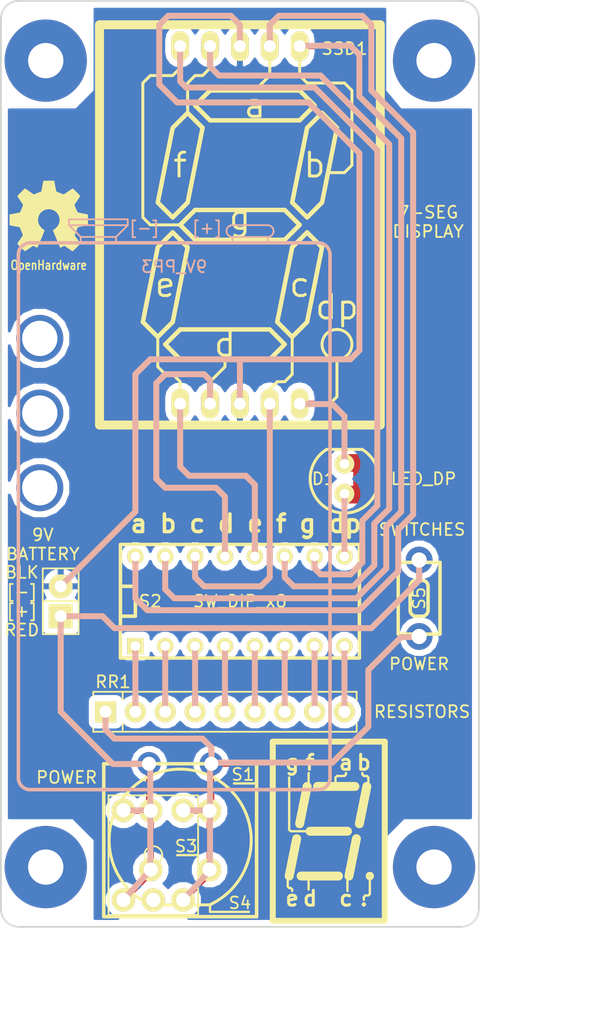
<source format=kicad_pcb>
(kicad_pcb (version 4) (host pcbnew 4.0.7-e2-6376~58~ubuntu16.04.1)

  (general
    (links 36)
    (no_connects 0)
    (area 81.204999 76.124999 121.995001 155.015001)
    (thickness 1.6)
    (drawings 189)
    (tracks 134)
    (zones 0)
    (modules 18)
    (nets 20)
  )

  (page A4)
  (layers
    (0 F.Cu signal)
    (31 B.Cu signal hide)
    (32 B.Adhes user)
    (33 F.Adhes user)
    (34 B.Paste user)
    (35 F.Paste user)
    (36 B.SilkS user)
    (37 F.SilkS user hide)
    (38 B.Mask user)
    (39 F.Mask user)
    (40 Dwgs.User user)
    (41 Cmts.User user)
    (42 Eco1.User user)
    (43 Eco2.User user)
    (44 Edge.Cuts user)
    (45 Margin user)
    (46 B.CrtYd user)
    (47 F.CrtYd user)
    (48 B.Fab user)
    (49 F.Fab user)
  )

  (setup
    (last_trace_width 0.25)
    (trace_clearance 0.2)
    (zone_clearance 0.508)
    (zone_45_only yes)
    (trace_min 0.2)
    (segment_width 0.508)
    (edge_width 0.1524)
    (via_size 0.6)
    (via_drill 0.4)
    (via_min_size 0.4)
    (via_min_drill 0.3)
    (uvia_size 0.3)
    (uvia_drill 0.1)
    (uvias_allowed no)
    (uvia_min_size 0)
    (uvia_min_drill 0)
    (pcb_text_width 0.3048)
    (pcb_text_size 1.524 1.524)
    (mod_edge_width 0.1524)
    (mod_text_size 1.016 1.016)
    (mod_text_width 0.1524)
    (pad_size 1.8 1.8)
    (pad_drill 1.2)
    (pad_to_mask_clearance 0.2)
    (aux_axis_origin 0 0)
    (visible_elements FFFFFF7F)
    (pcbplotparams
      (layerselection 0x00130_80000001)
      (usegerberextensions false)
      (excludeedgelayer false)
      (linewidth 0.050800)
      (plotframeref true)
      (viasonmask false)
      (mode 1)
      (useauxorigin false)
      (hpglpennumber 1)
      (hpglpenspeed 20)
      (hpglpendiameter 15)
      (hpglpenoverlay 2)
      (psnegative false)
      (psa4output false)
      (plotreference true)
      (plotvalue true)
      (plotinvisibletext false)
      (padsonsilk true)
      (subtractmaskfromsilk false)
      (outputformat 4)
      (mirror false)
      (drillshape 2)
      (scaleselection 1)
      (outputdirectory lumitron_pdf/))
  )

  (net 0 "")
  (net 1 "Net-(RR1-Pad2)")
  (net 2 "Net-(RR1-Pad3)")
  (net 3 "Net-(RR1-Pad4)")
  (net 4 "Net-(RR1-Pad5)")
  (net 5 "Net-(RR1-Pad6)")
  (net 6 "Net-(RR1-Pad7)")
  (net 7 "Net-(RR1-Pad8)")
  (net 8 "Net-(RR1-Pad9)")
  (net 9 /dp)
  (net 10 /b)
  (net 11 /a)
  (net 12 /c)
  (net 13 /d)
  (net 14 /e)
  (net 15 /f)
  (net 16 /g)
  (net 17 /[+])
  (net 18 /[-])
  (net 19 /RES)

  (net_class Default "This is the default net class."
    (clearance 0.2)
    (trace_width 0.25)
    (via_dia 0.6)
    (via_drill 0.4)
    (uvia_dia 0.3)
    (uvia_drill 0.1)
  )

  (net_class 10mil ""
    (clearance 0.2)
    (trace_width 0.254)
    (via_dia 0.6)
    (via_drill 0.4)
    (uvia_dia 0.3)
    (uvia_drill 0.1)
  )

  (net_class 20mil ""
    (clearance 0.2)
    (trace_width 0.508)
    (via_dia 0.6)
    (via_drill 0.4)
    (uvia_dia 0.3)
    (uvia_drill 0.1)
    (add_net /RES)
    (add_net /[+])
    (add_net /[-])
    (add_net /a)
    (add_net /b)
    (add_net /c)
    (add_net /d)
    (add_net /dp)
    (add_net /e)
    (add_net /f)
    (add_net /g)
    (add_net "Net-(RR1-Pad2)")
    (add_net "Net-(RR1-Pad3)")
    (add_net "Net-(RR1-Pad4)")
    (add_net "Net-(RR1-Pad5)")
    (add_net "Net-(RR1-Pad6)")
    (add_net "Net-(RR1-Pad7)")
    (add_net "Net-(RR1-Pad8)")
    (add_net "Net-(RR1-Pad9)")
  )

  (module lumitron_pcb:sw_gpst (layer F.Cu) (tedit 59BD7A5C) (tstamp 59BD4D3F)
    (at 96.52 147.574 90)
    (path /59BCADF6)
    (fp_text reference S1 (at 5.588 5.334 180) (layer F.SilkS)
      (effects (font (size 1.016 1.016) (thickness 0.1524)))
    )
    (fp_text value POWER (at 5.334 -9.652 180) (layer F.SilkS)
      (effects (font (size 1.016 1.016) (thickness 0.1524)))
    )
    (fp_line (start -6.5 6.5) (end -6.5 -6.5) (layer F.SilkS) (width 0.3))
    (fp_line (start 6.5 6.5) (end -6.5 6.5) (layer F.SilkS) (width 0.3))
    (fp_line (start 6.5 -6.5) (end 6.5 6.5) (layer F.SilkS) (width 0.3))
    (fp_line (start -6.5 -6.5) (end 6.5 -6.5) (layer F.SilkS) (width 0.3))
    (pad 1 thru_hole circle (at 6.5 -2.65 90) (size 2 2) (drill 1.2) (layers *.Cu *.Mask)
      (net 17 /[+]))
    (pad 2 thru_hole circle (at 6.5 2.65 90) (size 2 2) (drill 1.2) (layers *.Cu *.Mask)
      (net 19 /RES))
    (model sw_gpst.wrl
      (at (xyz 0 0 0))
      (scale (xyz 1 1 1))
      (rotate (xyz 0 0 0))
    )
  )

  (module lumitron_pcb:7SegmentLED (layer F.Cu) (tedit 59BD7092) (tstamp 59BD0148)
    (at 101.6 95.25)
    (path /59BCAFCA)
    (fp_text reference SSD1 (at 8.89 -14.986) (layer F.SilkS)
      (effects (font (size 1.016 1.016) (thickness 0.1524)))
    )
    (fp_text value SC10-21SRWA (at -10.16 0 90) (layer F.SilkS) hide
      (effects (font (thickness 0.3048)))
    )
    (fp_line (start -7.62 0) (end -5.08 0) (layer F.SilkS) (width 0.254))
    (fp_line (start -8.255 -0.635) (end -7.62 0) (layer F.SilkS) (width 0.254))
    (fp_line (start -8.255 -12.065) (end -8.255 -0.635) (layer F.SilkS) (width 0.254))
    (fp_line (start -7.62 -12.7) (end -8.255 -12.065) (layer F.SilkS) (width 0.254))
    (fp_line (start -5.715 -12.7) (end -7.62 -12.7) (layer F.SilkS) (width 0.254))
    (fp_line (start -5.08 -13.335) (end -5.715 -12.7) (layer F.SilkS) (width 0.254))
    (fp_line (start -5.08 -13.97) (end -5.08 -13.335) (layer F.SilkS) (width 0.254))
    (fp_line (start -2.54 -13.335) (end -2.54 -13.97) (layer F.SilkS) (width 0.254))
    (fp_line (start -3.175 -12.7) (end -2.54 -13.335) (layer F.SilkS) (width 0.254))
    (fp_line (start -3.81 -12.7) (end -3.175 -12.7) (layer F.SilkS) (width 0.254))
    (fp_line (start -4.445 -12.065) (end -3.81 -12.7) (layer F.SilkS) (width 0.254))
    (fp_line (start -4.445 -9.525) (end -4.445 -12.065) (layer F.SilkS) (width 0.254))
    (fp_line (start -5.08 13.335) (end -5.08 13.97) (layer F.SilkS) (width 0.254))
    (fp_line (start -5.715 12.7) (end -5.08 13.335) (layer F.SilkS) (width 0.254))
    (fp_line (start -6.35 12.7) (end -5.715 12.7) (layer F.SilkS) (width 0.254))
    (fp_line (start -6.985 12.065) (end -6.35 12.7) (layer F.SilkS) (width 0.254))
    (fp_line (start -6.985 10.795) (end -6.985 12.065) (layer F.SilkS) (width 0.254))
    (fp_line (start -6.985 9.525) (end -6.985 10.795) (layer F.SilkS) (width 0.254))
    (fp_line (start -2.54 13.335) (end -2.54 13.97) (layer F.SilkS) (width 0.254))
    (fp_line (start -1.27 12.065) (end -2.54 13.335) (layer F.SilkS) (width 0.254))
    (fp_line (start -1.27 11.43) (end -1.27 12.065) (layer F.SilkS) (width 0.254))
    (fp_line (start 3.175 13.335) (end 2.54 13.97) (layer F.SilkS) (width 0.254))
    (fp_line (start 3.81 13.335) (end 3.175 13.335) (layer F.SilkS) (width 0.254))
    (fp_line (start 4.445 12.7) (end 3.81 13.335) (layer F.SilkS) (width 0.254))
    (fp_line (start 4.445 9.525) (end 4.445 12.7) (layer F.SilkS) (width 0.254))
    (fp_line (start 7.62 15.24) (end 5.715 15.24) (layer F.SilkS) (width 0.254))
    (fp_line (start 8.255 14.605) (end 7.62 15.24) (layer F.SilkS) (width 0.254))
    (fp_line (start 8.255 11.43) (end 8.255 14.605) (layer F.SilkS) (width 0.254))
    (fp_line (start 8.89 -4.445) (end 7.62 -4.445) (layer F.SilkS) (width 0.254))
    (fp_line (start 9.525 -5.08) (end 8.89 -4.445) (layer F.SilkS) (width 0.254))
    (fp_line (start 9.525 -11.43) (end 9.525 -5.08) (layer F.SilkS) (width 0.254))
    (fp_line (start 8.89 -12.065) (end 9.525 -11.43) (layer F.SilkS) (width 0.254))
    (fp_line (start 5.715 -12.065) (end 8.89 -12.065) (layer F.SilkS) (width 0.254))
    (fp_line (start 5.08 -12.7) (end 5.715 -12.065) (layer F.SilkS) (width 0.254))
    (fp_line (start 5.08 -15.24) (end 5.08 -12.7) (layer F.SilkS) (width 0.254))
    (fp_line (start 2.54 -12.7) (end 1.27 -11.43) (layer F.SilkS) (width 0.254))
    (fp_line (start 2.54 -15.24) (end 2.54 -12.7) (layer F.SilkS) (width 0.254))
    (fp_text user a (at 1.27 -10.16) (layer F.SilkS)
      (effects (font (size 2.032 2.032) (thickness 0.254)))
    )
    (fp_circle (center 8.255 10.16) (end 6.985 10.16) (layer F.SilkS) (width 0.254))
    (fp_line (start -6.985 1.905) (end -5.715 0.635) (layer F.SilkS) (width 0.381))
    (fp_line (start -8.255 8.255) (end -6.985 1.905) (layer F.SilkS) (width 0.381))
    (fp_line (start -6.985 9.525) (end -8.255 8.255) (layer F.SilkS) (width 0.381))
    (fp_line (start -5.715 8.255) (end -6.985 9.525) (layer F.SilkS) (width 0.381))
    (fp_line (start -4.445 1.905) (end -5.715 8.255) (layer F.SilkS) (width 0.381))
    (fp_line (start -5.715 0.635) (end -4.445 1.905) (layer F.SilkS) (width 0.381))
    (fp_line (start -6.985 -1.905) (end -5.715 -0.635) (layer F.SilkS) (width 0.381))
    (fp_line (start -5.715 -8.255) (end -6.985 -1.905) (layer F.SilkS) (width 0.381))
    (fp_line (start -4.445 -9.525) (end -5.715 -8.255) (layer F.SilkS) (width 0.381))
    (fp_line (start -3.175 -8.255) (end -4.445 -9.525) (layer F.SilkS) (width 0.381))
    (fp_line (start -4.445 -1.905) (end -3.175 -8.255) (layer F.SilkS) (width 0.381))
    (fp_line (start -5.715 -0.635) (end -4.445 -1.905) (layer F.SilkS) (width 0.381))
    (fp_line (start 6.985 1.905) (end 5.715 0.635) (layer F.SilkS) (width 0.381))
    (fp_line (start 5.715 8.255) (end 6.985 1.905) (layer F.SilkS) (width 0.381))
    (fp_line (start 4.445 9.525) (end 5.715 8.255) (layer F.SilkS) (width 0.381))
    (fp_line (start 3.175 8.255) (end 4.445 9.525) (layer F.SilkS) (width 0.381))
    (fp_line (start 4.445 1.905) (end 3.175 8.255) (layer F.SilkS) (width 0.381))
    (fp_line (start 5.715 0.635) (end 4.445 1.905) (layer F.SilkS) (width 0.381))
    (fp_line (start 6.985 -1.905) (end 5.715 -0.635) (layer F.SilkS) (width 0.381))
    (fp_line (start 8.255 -8.255) (end 6.985 -1.905) (layer F.SilkS) (width 0.381))
    (fp_line (start 6.985 -9.525) (end 8.255 -8.255) (layer F.SilkS) (width 0.381))
    (fp_line (start 5.715 -8.255) (end 6.985 -9.525) (layer F.SilkS) (width 0.381))
    (fp_line (start 4.445 -1.905) (end 5.715 -8.255) (layer F.SilkS) (width 0.381))
    (fp_line (start 5.715 -0.635) (end 4.445 -1.905) (layer F.SilkS) (width 0.381))
    (fp_line (start -3.81 1.27) (end -5.08 0) (layer F.SilkS) (width 0.381))
    (fp_line (start 3.81 1.27) (end -3.81 1.27) (layer F.SilkS) (width 0.381))
    (fp_line (start 5.08 0) (end 3.81 1.27) (layer F.SilkS) (width 0.381))
    (fp_line (start 3.81 -1.27) (end 5.08 0) (layer F.SilkS) (width 0.381))
    (fp_line (start -3.81 -1.27) (end 3.81 -1.27) (layer F.SilkS) (width 0.381))
    (fp_line (start -5.08 0) (end -3.81 -1.27) (layer F.SilkS) (width 0.381))
    (fp_line (start -11.938 17.018) (end -11.938 -17.018) (layer F.SilkS) (width 0.762))
    (fp_line (start 11.938 17.018) (end -11.938 17.018) (layer F.SilkS) (width 0.762))
    (fp_line (start 11.938 -17.018) (end 11.938 17.018) (layer F.SilkS) (width 0.762))
    (fp_line (start -11.938 -17.018) (end 11.938 -17.018) (layer F.SilkS) (width 0.762))
    (fp_line (start -3.81 -10.16) (end -2.54 -11.43) (layer F.SilkS) (width 0.381))
    (fp_line (start -2.54 -11.43) (end 5.08 -11.43) (layer F.SilkS) (width 0.381))
    (fp_line (start 5.08 -11.43) (end 6.35 -10.16) (layer F.SilkS) (width 0.381))
    (fp_line (start -2.54 -8.89) (end -3.81 -10.16) (layer F.SilkS) (width 0.381))
    (fp_line (start 6.35 -10.16) (end 5.08 -8.89) (layer F.SilkS) (width 0.381))
    (fp_line (start 5.08 -8.89) (end -2.54 -8.89) (layer F.SilkS) (width 0.381))
    (fp_line (start 2.54 11.43) (end -5.08 11.43) (layer F.SilkS) (width 0.381))
    (fp_line (start -5.08 8.89) (end 2.54 8.89) (layer F.SilkS) (width 0.381))
    (fp_line (start 2.54 8.89) (end 3.81 10.16) (layer F.SilkS) (width 0.381))
    (fp_line (start 3.81 10.16) (end 2.54 11.43) (layer F.SilkS) (width 0.381))
    (fp_line (start -6.35 10.16) (end -5.08 8.89) (layer F.SilkS) (width 0.381))
    (fp_line (start -5.08 11.43) (end -6.35 10.16) (layer F.SilkS) (width 0.381))
    (fp_text user b (at 6.35 -5.08) (layer F.SilkS)
      (effects (font (size 2.032 2.032) (thickness 0.254)))
    )
    (fp_text user c (at 5.08 5.08) (layer F.SilkS)
      (effects (font (size 2.032 2.032) (thickness 0.254)))
    )
    (fp_text user d (at -1.27 10.16) (layer F.SilkS)
      (effects (font (size 2.032 2.032) (thickness 0.254)))
    )
    (fp_text user e (at -6.35 5.08) (layer F.SilkS)
      (effects (font (size 2.032 2.032) (thickness 0.254)))
    )
    (fp_text user f (at -5.08 -5.08) (layer F.SilkS)
      (effects (font (size 2.032 2.032) (thickness 0.254)))
    )
    (fp_text user g (at 0 -0.635) (layer F.SilkS)
      (effects (font (size 2.032 2.032) (thickness 0.254)))
    )
    (fp_text user dp (at 8.255 6.985) (layer F.SilkS)
      (effects (font (size 2.032 2.032) (thickness 0.254)))
    )
    (pad 1 thru_hole oval (at -5.08 15.2019) (size 1.524 2.54) (drill 1.016) (layers *.Cu *.Mask F.SilkS)
      (net 14 /e))
    (pad 2 thru_hole oval (at -2.54 15.2019) (size 1.524 2.54) (drill 1.016) (layers *.Cu *.Mask F.SilkS)
      (net 13 /d))
    (pad 3 thru_hole oval (at 0 15.2019) (size 1.524 2.54) (drill 1.016) (layers *.Cu *.Mask F.SilkS)
      (net 18 /[-]))
    (pad 4 thru_hole oval (at 2.54 15.2019) (size 1.524 2.54) (drill 1.016) (layers *.Cu *.Mask F.SilkS)
      (net 12 /c))
    (pad 5 thru_hole oval (at 5.08 15.2019) (size 1.524 2.54) (drill 1.016) (layers *.Cu *.Mask F.SilkS)
      (net 9 /dp))
    (pad 6 thru_hole oval (at 5.08 -15.2019) (size 1.524 2.54) (drill 1.016) (layers *.Cu *.Mask F.SilkS)
      (net 10 /b))
    (pad 7 thru_hole oval (at 2.54 -15.2019) (size 1.524 2.54) (drill 1.016) (layers *.Cu *.Mask F.SilkS)
      (net 11 /a))
    (pad 8 thru_hole oval (at 0 -15.2019) (size 1.524 2.54) (drill 1.016) (layers *.Cu *.Mask F.SilkS)
      (net 18 /[-]))
    (pad 9 thru_hole oval (at -2.54 -15.2019) (size 1.524 2.54) (drill 1.016) (layers *.Cu *.Mask F.SilkS)
      (net 15 /f))
    (pad 10 thru_hole oval (at -5.08 -15.2019) (size 1.524 2.54) (drill 1.016) (layers *.Cu *.Mask F.SilkS)
      (net 16 /g))
    (model SC10-21SRWA.wrl
      (at (xyz 0 0 0))
      (scale (xyz 1 1 1))
      (rotate (xyz 0 0 0))
    )
  )

  (module lumitron_pcb:MountingHole_3-7mm (layer F.Cu) (tedit 59BD6B76) (tstamp 59BD034F)
    (at 118.11 81.28)
    (descr "Mounting hole, Befestigungsbohrung, 3,7mm, No Annular, Kein Restring,")
    (tags "Mounting hole, Befestigungsbohrung, 3,7mm, No Annular, Kein Restring,")
    (path /59BCDF8E)
    (fp_text reference H4 (at 0 -2.54) (layer F.SilkS) hide
      (effects (font (size 1 1) (thickness 0.15)))
    )
    (fp_text value MTG_H (at -0.889 1.905) (layer F.SilkS) hide
      (effects (font (size 1 1) (thickness 0.15)))
    )
    (fp_circle (center 0 0) (end 3.70078 0) (layer Cmts.User) (width 0.381))
    (pad "" np_thru_hole circle (at 0 0) (size 7 7) (drill 3) (layers *.Cu *.Mask))
  )

  (module lumitron_pcb:MountingHole_3-7mm (layer F.Cu) (tedit 59BD6B76) (tstamp 59BD034A)
    (at 85.09 81.28)
    (descr "Mounting hole, Befestigungsbohrung, 3,7mm, No Annular, Kein Restring,")
    (tags "Mounting hole, Befestigungsbohrung, 3,7mm, No Annular, Kein Restring,")
    (path /59BCDF28)
    (fp_text reference H3 (at 0 -2.54) (layer F.SilkS) hide
      (effects (font (size 1 1) (thickness 0.15)))
    )
    (fp_text value MTG_H (at -0.889 1.905) (layer F.SilkS) hide
      (effects (font (size 1 1) (thickness 0.15)))
    )
    (fp_circle (center 0 0) (end 3.70078 0) (layer Cmts.User) (width 0.381))
    (pad "" np_thru_hole circle (at 0 0) (size 7 7) (drill 3) (layers *.Cu *.Mask))
  )

  (module lumitron_pcb:MountingHole_3-7mm (layer F.Cu) (tedit 59BD6B76) (tstamp 59BD0345)
    (at 118.11 149.86)
    (descr "Mounting hole, Befestigungsbohrung, 3,7mm, No Annular, Kein Restring,")
    (tags "Mounting hole, Befestigungsbohrung, 3,7mm, No Annular, Kein Restring,")
    (path /59BCDECC)
    (fp_text reference H2 (at 0 -2.54) (layer F.SilkS) hide
      (effects (font (size 1 1) (thickness 0.15)))
    )
    (fp_text value MTG_H (at -0.889 1.905) (layer F.SilkS) hide
      (effects (font (size 1 1) (thickness 0.15)))
    )
    (fp_circle (center 0 0) (end 3.70078 0) (layer Cmts.User) (width 0.381))
    (pad "" np_thru_hole circle (at 0 0) (size 7 7) (drill 3) (layers *.Cu *.Mask))
  )

  (module lumitron_pcb:MountingHole_3-7mm (layer F.Cu) (tedit 59BD6B76) (tstamp 59BD0340)
    (at 85.09 149.86)
    (descr "Mounting hole, Befestigungsbohrung, 3,7mm, No Annular, Kein Restring,")
    (tags "Mounting hole, Befestigungsbohrung, 3,7mm, No Annular, Kein Restring,")
    (path /59BCDD47)
    (fp_text reference H1 (at 0 -2.54) (layer F.SilkS) hide
      (effects (font (size 1 1) (thickness 0.15)))
    )
    (fp_text value MTG_H (at -0.889 1.905) (layer F.SilkS) hide
      (effects (font (size 1 1) (thickness 0.15)))
    )
    (fp_circle (center 0 0) (end 3.70078 0) (layer Cmts.User) (width 0.381))
    (pad "" np_thru_hole circle (at 0 0) (size 7 7) (drill 3) (layers *.Cu *.Mask))
  )

  (module lumitron_pcb:DIP-16__300 (layer F.Cu) (tedit 59BD7060) (tstamp 59BCC9B9)
    (at 101.6 127.254)
    (descr "16 pins DIL package, round pads")
    (tags DIL)
    (path /59BCAF37)
    (fp_text reference S2 (at -7.62 0) (layer F.SilkS)
      (effects (font (size 1.016 1.016) (thickness 0.1524)))
    )
    (fp_text value SW_DIP_x8 (at 0 0) (layer F.SilkS)
      (effects (font (size 1.016 1.016) (thickness 0.1524)))
    )
    (fp_line (start -8.89 1.27) (end -10.16 1.27) (layer F.SilkS) (width 0.3))
    (fp_line (start -8.89 -1.27) (end -8.89 1.27) (layer F.SilkS) (width 0.3))
    (fp_line (start -10.16 -1.27) (end -8.89 -1.27) (layer F.SilkS) (width 0.3))
    (fp_line (start -10.16 4.826) (end -10.16 -4.826) (layer F.SilkS) (width 0.3))
    (fp_line (start 10.16 4.826) (end -10.16 4.826) (layer F.SilkS) (width 0.3))
    (fp_line (start 10.16 -4.826) (end 10.16 4.826) (layer F.SilkS) (width 0.3))
    (fp_line (start -10.16 -4.826) (end 10.16 -4.826) (layer F.SilkS) (width 0.3))
    (pad 1 thru_hole rect (at -8.89 3.81) (size 1.397 1.397) (drill 0.8128) (layers *.Cu *.Mask F.SilkS)
      (net 1 "Net-(RR1-Pad2)"))
    (pad 2 thru_hole circle (at -6.35 3.81) (size 1.397 1.397) (drill 0.8128) (layers *.Cu *.Mask F.SilkS)
      (net 2 "Net-(RR1-Pad3)"))
    (pad 3 thru_hole circle (at -3.81 3.81) (size 1.397 1.397) (drill 0.8128) (layers *.Cu *.Mask F.SilkS)
      (net 3 "Net-(RR1-Pad4)"))
    (pad 4 thru_hole circle (at -1.27 3.81) (size 1.397 1.397) (drill 0.8128) (layers *.Cu *.Mask F.SilkS)
      (net 4 "Net-(RR1-Pad5)"))
    (pad 5 thru_hole circle (at 1.27 3.81) (size 1.397 1.397) (drill 0.8128) (layers *.Cu *.Mask F.SilkS)
      (net 5 "Net-(RR1-Pad6)"))
    (pad 6 thru_hole circle (at 3.81 3.81) (size 1.397 1.397) (drill 0.8128) (layers *.Cu *.Mask F.SilkS)
      (net 6 "Net-(RR1-Pad7)"))
    (pad 7 thru_hole circle (at 6.35 3.81) (size 1.397 1.397) (drill 0.8128) (layers *.Cu *.Mask F.SilkS)
      (net 7 "Net-(RR1-Pad8)"))
    (pad 8 thru_hole circle (at 8.89 3.81) (size 1.397 1.397) (drill 0.8128) (layers *.Cu *.Mask F.SilkS)
      (net 8 "Net-(RR1-Pad9)"))
    (pad 9 thru_hole circle (at 8.89 -3.81) (size 1.397 1.397) (drill 0.8128) (layers *.Cu *.Mask F.SilkS)
      (net 9 /dp))
    (pad 10 thru_hole circle (at 6.35 -3.81) (size 1.397 1.397) (drill 0.8128) (layers *.Cu *.Mask F.SilkS)
      (net 16 /g))
    (pad 11 thru_hole circle (at 3.81 -3.81) (size 1.397 1.397) (drill 0.8128) (layers *.Cu *.Mask F.SilkS)
      (net 15 /f))
    (pad 12 thru_hole circle (at 1.27 -3.81) (size 1.397 1.397) (drill 0.8128) (layers *.Cu *.Mask F.SilkS)
      (net 14 /e))
    (pad 13 thru_hole circle (at -1.27 -3.81) (size 1.397 1.397) (drill 0.8128) (layers *.Cu *.Mask F.SilkS)
      (net 13 /d))
    (pad 14 thru_hole circle (at -3.81 -3.81) (size 1.397 1.397) (drill 0.8128) (layers *.Cu *.Mask F.SilkS)
      (net 12 /c))
    (pad 15 thru_hole circle (at -6.35 -3.81) (size 1.397 1.397) (drill 0.8128) (layers *.Cu *.Mask F.SilkS)
      (net 10 /b))
    (pad 16 thru_hole circle (at -8.89 -3.81) (size 1.397 1.397) (drill 0.8128) (layers *.Cu *.Mask F.SilkS)
      (net 11 /a))
    (model DIPSWITCH8.wrl
      (at (xyz 0 0 0))
      (scale (xyz 1 1 1))
      (rotate (xyz 0 0 0))
    )
  )

  (module lumitron_pcb:Pin_Header_Straight_1x02 (layer F.Cu) (tedit 59BD70B2) (tstamp 59BCC97A)
    (at 86.36 127.254 90)
    (descr "Through hole pin header")
    (tags "pin header")
    (path /59BCAC4F)
    (fp_text reference BT1 (at 3.556 0 180) (layer F.SilkS) hide
      (effects (font (size 1.016 1.016) (thickness 0.1524)))
    )
    (fp_text value 9V_CONN (at -1.27 3.175 180) (layer F.SilkS) hide
      (effects (font (size 1 1) (thickness 0.15)))
    )
    (fp_line (start 0 -1.524) (end 0 1.524) (layer F.SilkS) (width 0.15))
    (fp_line (start -2.794 -1.524) (end -2.794 1.524) (layer F.SilkS) (width 0.15))
    (fp_line (start -2.794 1.524) (end 0 1.524) (layer F.SilkS) (width 0.15))
    (fp_line (start 0 1.524) (end 2.794 1.524) (layer F.SilkS) (width 0.15))
    (fp_line (start 2.794 1.524) (end 2.794 -1.524) (layer F.SilkS) (width 0.15))
    (fp_line (start 2.794 -1.524) (end -2.794 -1.524) (layer F.SilkS) (width 0.15))
    (pad 1 thru_hole rect (at -1.27 0 90) (size 2.032 2.032) (drill 1.016) (layers *.Cu *.Mask F.SilkS)
      (net 17 /[+]))
    (pad 2 thru_hole oval (at 1.27 0 90) (size 2.032 2.032) (drill 1.016) (layers *.Cu *.Mask F.SilkS)
      (net 18 /[-]))
    (model Pin_Headers/Pin_Header_Straight_1x02.wrl
      (at (xyz 0 0 0))
      (scale (xyz 1 1 1))
      (rotate (xyz 0 0 0))
    )
  )

  (module lumitron_pcb:SIP9_Housing (layer F.Cu) (tedit 59BD7D8A) (tstamp 59BCC993)
    (at 100.33 136.652)
    (descr SIP9)
    (tags SIP9)
    (path /59BCAE79)
    (fp_text reference RR1 (at -9.525 -2.54) (layer F.SilkS)
      (effects (font (size 1.016 1.016) (thickness 0.1524)))
    )
    (fp_text value RR8_330 (at -0.1 1.27) (layer F.SilkS) hide
      (effects (font (size 1 1) (thickness 0.15)))
    )
    (fp_line (start -8.7 1.7) (end -8.7 1) (layer F.SilkS) (width 0.15))
    (fp_line (start -8.7 -1.7) (end -8.7 -1) (layer F.SilkS) (width 0.15))
    (fp_line (start 0 1.7) (end -11.2 1.7) (layer F.SilkS) (width 0.15))
    (fp_line (start -11.2 1.7) (end -11.2 1.4) (layer F.SilkS) (width 0.15))
    (fp_line (start 11.2 -1.2) (end 11.2 -1) (layer F.SilkS) (width 0.15))
    (fp_line (start 0 1.7) (end 11.2 1.7) (layer F.SilkS) (width 0.15))
    (fp_line (start 11.2 1.7) (end 11.2 1) (layer F.SilkS) (width 0.15))
    (fp_line (start 0.1 -1.7) (end -11.2 -1.7) (layer F.SilkS) (width 0.15))
    (fp_line (start -11.2 -1.7) (end -11.2 -1.4) (layer F.SilkS) (width 0.15))
    (fp_line (start 0 -1.7) (end 11.2 -1.7) (layer F.SilkS) (width 0.15))
    (fp_line (start 11.2 -1.7) (end 11.2 -1.1) (layer F.SilkS) (width 0.15))
    (pad 1 thru_hole rect (at -10.16 0 90) (size 1.8 1.8) (drill 1.016) (layers *.Cu *.Mask F.SilkS)
      (net 19 /RES))
    (pad 2 thru_hole circle (at -7.62 0 90) (size 1.8 1.8) (drill 1.016) (layers *.Cu *.Mask F.SilkS)
      (net 1 "Net-(RR1-Pad2)"))
    (pad 3 thru_hole circle (at -5.08 0 90) (size 1.8 1.8) (drill 1.016) (layers *.Cu *.Mask F.SilkS)
      (net 2 "Net-(RR1-Pad3)"))
    (pad 4 thru_hole circle (at -2.54 0 90) (size 1.8 1.8) (drill 1.016) (layers *.Cu *.Mask F.SilkS)
      (net 3 "Net-(RR1-Pad4)"))
    (pad 5 thru_hole circle (at 0 0 90) (size 1.8 1.8) (drill 1.016) (layers *.Cu *.Mask F.SilkS)
      (net 4 "Net-(RR1-Pad5)"))
    (pad 6 thru_hole circle (at 2.54 0 90) (size 1.8 1.8) (drill 1.016) (layers *.Cu *.Mask F.SilkS)
      (net 5 "Net-(RR1-Pad6)"))
    (pad 7 thru_hole circle (at 5.08 0 90) (size 1.8 1.8) (drill 1.016) (layers *.Cu *.Mask F.SilkS)
      (net 6 "Net-(RR1-Pad7)"))
    (pad 8 thru_hole circle (at 7.62 0 90) (size 1.8 1.8) (drill 1.016) (layers *.Cu *.Mask F.SilkS)
      (net 7 "Net-(RR1-Pad8)"))
    (pad 9 thru_hole circle (at 10.16 0 90) (size 1.8 1.8) (drill 1.016) (layers *.Cu *.Mask F.SilkS)
      (net 8 "Net-(RR1-Pad9)"))
    (model resistor_sip_9.wrl
      (at (xyz 0 0 0))
      (scale (xyz 1 1 1))
      (rotate (xyz 0 0 0))
    )
  )

  (module lumitron_pcb:OSHW_6mm (layer F.Cu) (tedit 59BE6E82) (tstamp 59BE6EE0)
    (at 85.344 94.488)
    (path /59BE6DD5)
    (fp_text reference G1 (at 0 1.016) (layer F.SilkS) hide
      (effects (font (size 1.016 1.016) (thickness 0.2032)))
    )
    (fp_text value OSHW (at 0 -0.127) (layer F.SilkS) hide
      (effects (font (size 1.016 1.016) (thickness 0.2032)))
    )
    (fp_text user OpenHardware (at 0 4.191) (layer F.SilkS)
      (effects (font (size 0.762 0.6096) (thickness 0.127)))
    )
    (fp_poly (pts (xy -2.02438 2.99974) (xy -1.98882 2.97942) (xy -1.91008 2.93116) (xy -1.79832 2.8575)
      (xy -1.66624 2.77114) (xy -1.53416 2.6797) (xy -1.42494 2.60858) (xy -1.34874 2.55778)
      (xy -1.31826 2.54) (xy -1.30048 2.54762) (xy -1.23698 2.5781) (xy -1.14808 2.62382)
      (xy -1.09474 2.65176) (xy -1.01092 2.68732) (xy -0.96774 2.69494) (xy -0.96266 2.68478)
      (xy -0.93218 2.62128) (xy -0.88392 2.51206) (xy -0.82042 2.36728) (xy -0.74676 2.1971)
      (xy -0.67056 2.01422) (xy -0.59182 1.8288) (xy -0.51816 1.651) (xy -0.45466 1.49098)
      (xy -0.40132 1.3589) (xy -0.36576 1.27) (xy -0.35306 1.2319) (xy -0.35814 1.22174)
      (xy -0.39878 1.1811) (xy -0.47244 1.12776) (xy -0.62992 0.99822) (xy -0.7874 0.80518)
      (xy -0.88138 0.5842) (xy -0.9144 0.33782) (xy -0.88646 0.10922) (xy -0.79756 -0.10922)
      (xy -0.64516 -0.3048) (xy -0.45974 -0.45212) (xy -0.24384 -0.54356) (xy 0 -0.57404)
      (xy 0.23114 -0.54864) (xy 0.45466 -0.45974) (xy 0.65278 -0.30988) (xy 0.7366 -0.21336)
      (xy 0.8509 -0.01524) (xy 0.9144 0.19812) (xy 0.92202 0.254) (xy 0.91186 0.48768)
      (xy 0.84328 0.7112) (xy 0.71882 0.91186) (xy 0.54864 1.07696) (xy 0.52578 1.0922)
      (xy 0.44704 1.15316) (xy 0.3937 1.1938) (xy 0.35052 1.22682) (xy 0.65024 1.94564)
      (xy 0.6985 2.05994) (xy 0.77978 2.25806) (xy 0.8509 2.4257) (xy 0.90932 2.56032)
      (xy 0.94996 2.65176) (xy 0.96774 2.68732) (xy 0.96774 2.68986) (xy 0.99568 2.69494)
      (xy 1.04902 2.67462) (xy 1.15062 2.62636) (xy 1.21666 2.5908) (xy 1.29286 2.55524)
      (xy 1.32842 2.54) (xy 1.35636 2.55778) (xy 1.43002 2.6035) (xy 1.5367 2.67462)
      (xy 1.66624 2.76352) (xy 1.78816 2.84734) (xy 1.89992 2.921) (xy 1.9812 2.97434)
      (xy 2.02184 2.99466) (xy 2.02692 2.99466) (xy 2.06248 2.97434) (xy 2.12852 2.921)
      (xy 2.22504 2.82956) (xy 2.36474 2.6924) (xy 2.38506 2.66954) (xy 2.49936 2.55524)
      (xy 2.5908 2.45872) (xy 2.6543 2.3876) (xy 2.67716 2.35712) (xy 2.67716 2.35712)
      (xy 2.65684 2.31902) (xy 2.6035 2.2352) (xy 2.52984 2.1209) (xy 2.4384 1.98882)
      (xy 2.19964 1.64338) (xy 2.33172 1.31572) (xy 2.37236 1.21666) (xy 2.42316 1.09474)
      (xy 2.46126 1.00838) (xy 2.47904 0.97028) (xy 2.5146 0.95758) (xy 2.6035 0.93726)
      (xy 2.73304 0.90932) (xy 2.88798 0.88138) (xy 3.0353 0.85344) (xy 3.16738 0.82804)
      (xy 3.2639 0.81026) (xy 3.30708 0.80264) (xy 3.31724 0.79502) (xy 3.3274 0.7747)
      (xy 3.33248 0.72898) (xy 3.33502 0.6477) (xy 3.33756 0.5207) (xy 3.33756 0.33782)
      (xy 3.33756 0.3175) (xy 3.33502 0.14224) (xy 3.33248 0.00254) (xy 3.3274 -0.0889)
      (xy 3.32232 -0.12446) (xy 3.32232 -0.12446) (xy 3.27914 -0.13462) (xy 3.18516 -0.15494)
      (xy 3.05308 -0.18034) (xy 2.8956 -0.21082) (xy 2.88544 -0.21336) (xy 2.72796 -0.24384)
      (xy 2.59334 -0.27178) (xy 2.5019 -0.2921) (xy 2.4638 -0.3048) (xy 2.45364 -0.31496)
      (xy 2.42316 -0.37846) (xy 2.37744 -0.47498) (xy 2.3241 -0.59436) (xy 2.2733 -0.71882)
      (xy 2.23012 -0.83058) (xy 2.19964 -0.9144) (xy 2.18948 -0.9525) (xy 2.18948 -0.9525)
      (xy 2.21488 -0.9906) (xy 2.26822 -1.07188) (xy 2.34442 -1.18618) (xy 2.4384 -1.3208)
      (xy 2.44348 -1.33096) (xy 2.53492 -1.46304) (xy 2.60858 -1.57734) (xy 2.65684 -1.65862)
      (xy 2.67716 -1.69418) (xy 2.67462 -1.69672) (xy 2.64668 -1.73482) (xy 2.5781 -1.81102)
      (xy 2.48158 -1.91262) (xy 2.36474 -2.032) (xy 2.32664 -2.06756) (xy 2.1971 -2.19456)
      (xy 2.10566 -2.27838) (xy 2.04978 -2.32156) (xy 2.02438 -2.33172) (xy 2.02184 -2.33172)
      (xy 1.9812 -2.30632) (xy 1.89738 -2.25044) (xy 1.78308 -2.17424) (xy 1.64846 -2.0828)
      (xy 1.6383 -2.07518) (xy 1.50622 -1.98374) (xy 1.39446 -1.91008) (xy 1.31572 -1.85674)
      (xy 1.28016 -1.83642) (xy 1.27508 -1.83642) (xy 1.2192 -1.85166) (xy 1.12522 -1.88468)
      (xy 1.00838 -1.9304) (xy 0.88392 -1.9812) (xy 0.77216 -2.02692) (xy 0.68834 -2.06502)
      (xy 0.65024 -2.08788) (xy 0.6477 -2.09042) (xy 0.635 -2.13868) (xy 0.61214 -2.23774)
      (xy 0.58166 -2.3749) (xy 0.55118 -2.54) (xy 0.5461 -2.5654) (xy 0.51562 -2.72542)
      (xy 0.49022 -2.85496) (xy 0.47244 -2.9464) (xy 0.46228 -2.9845) (xy 0.43942 -2.98958)
      (xy 0.36322 -2.99466) (xy 0.24384 -2.9972) (xy 0.1016 -2.99974) (xy -0.0508 -2.99974)
      (xy -0.19812 -2.99466) (xy -0.32258 -2.99212) (xy -0.41402 -2.9845) (xy -0.45212 -2.97688)
      (xy -0.45212 -2.97434) (xy -0.46736 -2.92608) (xy -0.48768 -2.82702) (xy -0.51562 -2.68732)
      (xy -0.54864 -2.52476) (xy -0.55372 -2.49428) (xy -0.5842 -2.3368) (xy -0.6096 -2.20726)
      (xy -0.62992 -2.11582) (xy -0.64008 -2.08026) (xy -0.65278 -2.07264) (xy -0.71882 -2.0447)
      (xy -0.8255 -2.00152) (xy -0.95758 -1.94818) (xy -1.26238 -1.82372) (xy -1.6383 -2.08026)
      (xy -1.67132 -2.10312) (xy -1.80594 -2.1971) (xy -1.9177 -2.27076) (xy -1.9939 -2.31902)
      (xy -2.02692 -2.3368) (xy -2.02946 -2.3368) (xy -2.06756 -2.30378) (xy -2.14122 -2.2352)
      (xy -2.24282 -2.13614) (xy -2.35966 -2.01676) (xy -2.44856 -1.9304) (xy -2.55016 -1.82626)
      (xy -2.6162 -1.75514) (xy -2.65176 -1.70942) (xy -2.66446 -1.68148) (xy -2.66192 -1.6637)
      (xy -2.63652 -1.6256) (xy -2.58318 -1.54178) (xy -2.50444 -1.43002) (xy -2.413 -1.2954)
      (xy -2.33934 -1.18618) (xy -2.25806 -1.05918) (xy -2.20472 -0.97028) (xy -2.18694 -0.9271)
      (xy -2.19202 -0.90678) (xy -2.21742 -0.83566) (xy -2.2606 -0.7239) (xy -2.31902 -0.59182)
      (xy -2.44856 -0.29464) (xy -2.6416 -0.25654) (xy -2.76098 -0.23622) (xy -2.92608 -0.2032)
      (xy -3.08356 -0.17272) (xy -3.32994 -0.12446) (xy -3.33756 0.77978) (xy -3.29946 0.79502)
      (xy -3.2639 0.80518) (xy -3.17246 0.8255) (xy -3.04292 0.8509) (xy -2.88798 0.87884)
      (xy -2.75844 0.90424) (xy -2.62636 0.92964) (xy -2.52984 0.94742) (xy -2.4892 0.95758)
      (xy -2.47904 0.97028) (xy -2.44602 1.03378) (xy -2.39776 1.13538) (xy -2.34696 1.2573)
      (xy -2.29362 1.3843) (xy -2.2479 1.50114) (xy -2.21488 1.59004) (xy -2.20218 1.6383)
      (xy -2.21996 1.67132) (xy -2.27076 1.75006) (xy -2.34188 1.85928) (xy -2.43332 1.99136)
      (xy -2.52222 2.1209) (xy -2.59842 2.2352) (xy -2.64922 2.31394) (xy -2.67208 2.35204)
      (xy -2.66192 2.37744) (xy -2.60858 2.44094) (xy -2.50952 2.54254) (xy -2.3622 2.68732)
      (xy -2.33934 2.71018) (xy -2.2225 2.82448) (xy -2.12344 2.91592) (xy -2.05486 2.97688)
      (xy -2.02438 2.99974)) (layer F.SilkS) (width 0.00254))
  )

  (module lumitron_pcb:sw_KS-01Q (layer F.Cu) (tedit 59C00F30) (tstamp 59BEAAA0)
    (at 96.52 147.574)
    (descr "Through hole pin header")
    (tags "pin header")
    (path /59BE6274)
    (fp_text reference S4 (at 5.08 5.334) (layer F.SilkS)
      (effects (font (size 1 1) (thickness 0.15)))
    )
    (fp_text value POWER2 (at 0 0) (layer F.SilkS) hide
      (effects (font (size 1 1) (thickness 0.15)))
    )
    (fp_arc (start 0 0) (end -2.5 5.5) (angle 311.1120904) (layer F.SilkS) (width 0.254))
    (fp_line (start -2.5 5.5) (end 2.5 5.5) (layer F.SilkS) (width 0.254))
    (pad 1 thru_hole circle (at -2.5 2.5) (size 2 2) (drill 1.2) (layers *.Cu *.Mask F.SilkS)
      (net 17 /[+]))
    (pad 3 thru_hole circle (at -2.5 -2.5) (size 2 2) (drill 1.2) (layers *.Cu *.Mask F.SilkS)
      (net 17 /[+]))
    (pad 2 thru_hole circle (at 2.5 2.5) (size 2 2) (drill 1.2) (layers *.Cu *.Mask F.SilkS)
      (net 19 /RES))
    (pad 4 thru_hole circle (at 2.5 -2.5) (size 2 2) (drill 1.2) (layers *.Cu *.Mask F.SilkS)
      (net 19 /RES))
    (model Pin_Headers/Pin_Header_Straight_2x02.wrl
      (at (xyz 0 0 0))
      (scale (xyz 1 1 1))
      (rotate (xyz 0 0 0))
    )
  )

  (module lumitron_pcb:sw_KSA_Tactile_SPST (layer F.Cu) (tedit 59C00F5B) (tstamp 59BEAA96)
    (at 94.234 148.844 90)
    (descr "Bouton poussoir KSA")
    (tags "SWITCH DEV")
    (path /59BE62D4)
    (fp_text reference S3 (at 0.762 2.794 180) (layer F.SilkS)
      (effects (font (size 1 1) (thickness 0.15)))
    )
    (fp_text value POWER3 (at -0.127 -4.953 90) (layer F.Fab) hide
      (effects (font (size 1 1) (thickness 0.15)))
    )
    (fp_line (start -3.81 3.81) (end 5.08 3.81) (layer F.SilkS) (width 0.15))
    (fp_line (start 5.08 3.81) (end 5.08 -3.81) (layer F.SilkS) (width 0.15))
    (fp_line (start 5.08 -3.81) (end -5.08 -3.81) (layer F.SilkS) (width 0.15))
    (fp_line (start -5.08 -3.81) (end -5.08 3.81) (layer F.SilkS) (width 0.15))
    (fp_line (start -5.08 3.81) (end -3.81 3.81) (layer F.SilkS) (width 0.15))
    (fp_circle (center 0 0) (end 0.762 0) (layer F.SilkS) (width 0.15))
    (pad 1 thru_hole circle (at 3.81 -2.54 90) (size 2 2) (drill 1.2) (layers *.Cu *.Mask F.SilkS)
      (net 17 /[+]))
    (pad 2 thru_hole circle (at 3.81 2.54 90) (size 2 2) (drill 1.2) (layers *.Cu *.Mask F.SilkS)
      (net 19 /RES))
    (pad 2 thru_hole circle (at -3.81 2.54 90) (size 2 2) (drill 1.2) (layers *.Cu *.Mask F.SilkS)
      (net 19 /RES))
    (pad 5 thru_hole circle (at -3.81 0 90) (size 2 2) (drill 1.2) (layers *.Cu *.Mask F.SilkS))
    (pad 1 thru_hole circle (at -3.81 -2.54 90) (size 2 2) (drill 1.2) (layers *.Cu *.Mask F.SilkS)
      (net 17 /[+]))
  )

  (module lumitron_pcb:LED-5MM_SMD (layer F.Cu) (tedit 59C0DCF5) (tstamp 59BD2270)
    (at 110.49 116.84 90)
    (descr "LED 5mm - Lead pitch 100mil (2,54mm)")
    (tags "LED led 5mm 5MM 100mil 2,54mm")
    (path /59BCD385)
    (fp_text reference D1 (at 0 -1.778 180) (layer F.SilkS)
      (effects (font (size 1.016 1.016) (thickness 0.1524)))
    )
    (fp_text value LED_DP (at 0 6.731 180) (layer F.SilkS)
      (effects (font (size 1.016 1.016) (thickness 0.1524)))
    )
    (fp_arc (start 0 0) (end 2.5 1.5) (angle 298.0724869) (layer F.SilkS) (width 0.254))
    (fp_line (start 2.5 -1.5) (end 2.5 1.5) (layer F.SilkS) (width 0.254))
    (pad 2 thru_hole circle (at -1.27 0 90) (size 1.6764 1.6764) (drill 0.8128) (layers *.Cu *.Mask F.SilkS)
      (net 9 /dp))
    (pad 1 thru_hole circle (at 1.27 0 90) (size 1.6764 1.6764) (drill 0.8128) (layers *.Cu *.Mask F.SilkS)
      (net 9 /dp))
    (pad 2 smd rect (at -1.35 1 90) (size 1.5 1.3) (layers F.Cu F.Paste F.Mask)
      (net 9 /dp))
    (pad 1 smd rect (at 1.35 1 90) (size 1.5 1.3) (layers F.Cu F.Paste F.Mask)
      (net 9 /dp))
    (pad 2 smd rect (at -0.7 1 90) (size 1.5 0.4) (layers F.Cu F.Paste F.Mask)
      (net 9 /dp))
    (pad 1 smd rect (at 0.7 1 90) (size 1.5 0.4) (layers F.Cu F.Paste F.Mask)
      (net 9 /dp))
    (model LEDs/LED-5MM.wrl
      (at (xyz 0 0 0))
      (scale (xyz 1 1 1))
      (rotate (xyz 0 0 0))
    )
  )

  (module lumitron_pcb:MountingHole_3-4mm (layer F.Cu) (tedit 59C94735) (tstamp 59C94264)
    (at 84.582 111.252)
    (descr "Mounting hole, Befestigungsbohrung, 3,7mm, No Annular, Kein Restring,")
    (tags "Mounting hole, Befestigungsbohrung, 3,7mm, No Annular, Kein Restring,")
    (path /59C947B5)
    (fp_text reference H6 (at 0 -2.54) (layer F.SilkS) hide
      (effects (font (size 1 1) (thickness 0.15)))
    )
    (fp_text value Hole (at -0.889 1.905) (layer F.SilkS) hide
      (effects (font (size 1 1) (thickness 0.15)))
    )
    (fp_circle (center 0 0) (end 2.286 0) (layer Cmts.User) (width 0.381))
    (pad "" np_thru_hole circle (at 0 0) (size 4 4) (drill 3) (layers *.Cu *.Mask))
  )

  (module lumitron_pcb:MountingHole_3-4mm (layer F.Cu) (tedit 59C9472B) (tstamp 59C9426A)
    (at 84.582 104.902)
    (descr "Mounting hole, Befestigungsbohrung, 3,7mm, No Annular, Kein Restring,")
    (tags "Mounting hole, Befestigungsbohrung, 3,7mm, No Annular, Kein Restring,")
    (path /59C947AF)
    (fp_text reference H5 (at 0 -2.54) (layer F.SilkS) hide
      (effects (font (size 1 1) (thickness 0.15)))
    )
    (fp_text value Hole (at -0.889 1.905) (layer F.SilkS) hide
      (effects (font (size 1 1) (thickness 0.15)))
    )
    (fp_circle (center 0 0) (end 2.286 0) (layer Cmts.User) (width 0.381))
    (pad "" np_thru_hole circle (at 0 0) (size 4 4) (drill 3) (layers *.Cu *.Mask))
  )

  (module lumitron_pcb:MountingHole_3-4mm (layer F.Cu) (tedit 59C9473C) (tstamp 59C94270)
    (at 84.582 117.602)
    (descr "Mounting hole, Befestigungsbohrung, 3,7mm, No Annular, Kein Restring,")
    (tags "Mounting hole, Befestigungsbohrung, 3,7mm, No Annular, Kein Restring,")
    (path /59C947BB)
    (fp_text reference H7 (at 0 -2.54) (layer F.SilkS) hide
      (effects (font (size 1 1) (thickness 0.15)))
    )
    (fp_text value Hole (at -0.889 1.905) (layer F.SilkS) hide
      (effects (font (size 1 1) (thickness 0.15)))
    )
    (fp_circle (center 0 0) (end 2.286 0) (layer Cmts.User) (width 0.381))
    (pad "" np_thru_hole circle (at 0 0) (size 4 4) (drill 3) (layers *.Cu *.Mask))
  )

  (module lumitron_pcb:9V_PP3 (layer B.Cu) (tedit 59BD728F) (tstamp 59BD4698)
    (at 96.012 96.774 180)
    (path /59BCE326)
    (fp_text reference BT2 (at 0 -2 180) (layer B.SilkS) hide
      (effects (font (size 1.016 1.016) (thickness 0.1524)) (justify mirror))
    )
    (fp_text value 9V_PP3 (at 0 -2.032 180) (layer B.SilkS)
      (effects (font (size 1.016 1.016) (thickness 0.1524)) (justify mirror))
    )
    (fp_text user [+] (at -2.794 1.27 180) (layer B.SilkS)
      (effects (font (size 1 1) (thickness 0.15)) (justify mirror))
    )
    (fp_line (start 3.95 2) (end 3.95 1.5) (layer B.SilkS) (width 0.15))
    (fp_line (start 8.95 2) (end 3.95 2) (layer B.SilkS) (width 0.15))
    (fp_line (start 8.95 1.5) (end 8.95 2) (layer B.SilkS) (width 0.15))
    (fp_line (start 3.95 1.5) (end 8.95 1.5) (layer B.SilkS) (width 0.15))
    (fp_line (start 4.95 0.5) (end 3.95 1.5) (layer B.SilkS) (width 0.15))
    (fp_line (start 8.95 1.5) (end 7.95 0.5) (layer B.SilkS) (width 0.15))
    (fp_line (start 7.95 0.5) (end 7.95 0) (layer B.SilkS) (width 0.15))
    (fp_line (start 4.95 0.5) (end 7.95 0.5) (layer B.SilkS) (width 0.15))
    (fp_line (start 4.95 0) (end 4.95 0.5) (layer B.SilkS) (width 0.15))
    (fp_arc (start -4.95 1) (end -4.95 1.5) (angle -180) (layer B.SilkS) (width 0.15))
    (fp_arc (start -7.95 1) (end -7.95 0.5) (angle -180) (layer B.SilkS) (width 0.15))
    (fp_line (start -4.95 1.5) (end -7.95 1.5) (layer B.SilkS) (width 0.15))
    (fp_line (start -4.95 0.5) (end -4.95 0) (layer B.SilkS) (width 0.15))
    (fp_line (start -6.45 0.5) (end -4.95 0.5) (layer B.SilkS) (width 0.15))
    (fp_line (start -7.95 0.5) (end -7.95 0) (layer B.SilkS) (width 0.15))
    (fp_line (start -6.45 0.5) (end -7.95 0.5) (layer B.SilkS) (width 0.15))
    (fp_arc (start -12.25 -45.5) (end -12.25 -46.5) (angle -90) (layer B.SilkS) (width 0.3))
    (fp_arc (start 12.25 -45.5) (end 13.25 -45.5) (angle -90) (layer B.SilkS) (width 0.3))
    (fp_arc (start 12.25 -1) (end 12.25 0) (angle -90) (layer B.SilkS) (width 0.3))
    (fp_arc (start -12.25 -1) (end -13.25 -1) (angle -90) (layer B.SilkS) (width 0.3))
    (fp_line (start -13.25 -45.5) (end -13.25 -1) (layer B.SilkS) (width 0.3))
    (fp_line (start 12.25 -46.5) (end -12.25 -46.5) (layer B.SilkS) (width 0.3))
    (fp_line (start 13.25 -1) (end 13.25 -45.5) (layer B.SilkS) (width 0.3))
    (fp_line (start -12.25 0) (end 12.25 0) (layer B.SilkS) (width 0.3))
    (fp_text user [-] (at 2.54 1.27 180) (layer B.SilkS)
      (effects (font (size 1 1) (thickness 0.15)) (justify mirror))
    )
  )

  (module lumitron_pcb:switch_MJTP1250 (layer F.Cu) (tedit 59C94F32) (tstamp 59C949BE)
    (at 116.84 127 90)
    (path /59C94A2D)
    (fp_text reference S5 (at 0 0 90) (layer F.SilkS)
      (effects (font (size 1 1) (thickness 0.15)))
    )
    (fp_text value POWER (at -5.588 0 180) (layer F.SilkS)
      (effects (font (size 1 1) (thickness 0.15)))
    )
    (fp_arc (start -1.016 -0.254) (end -1.524 -0.254) (angle 90) (layer F.SilkS) (width 0.3))
    (fp_arc (start -1.016 0.254) (end -1.016 0.762) (angle 90) (layer F.SilkS) (width 0.3))
    (fp_arc (start 1.016 0.254) (end 1.524 0.254) (angle 90) (layer F.SilkS) (width 0.3))
    (fp_arc (start 1.016 -0.254) (end 1.016 -0.762) (angle 90) (layer F.SilkS) (width 0.3))
    (fp_line (start -1.524 0.254) (end -1.524 -0.254) (layer F.SilkS) (width 0.3))
    (fp_line (start 1.016 0.762) (end -1.016 0.762) (layer F.SilkS) (width 0.3))
    (fp_line (start 1.524 -0.254) (end 1.524 0.254) (layer F.SilkS) (width 0.3))
    (fp_line (start -1.016 -0.762) (end 1.016 -0.762) (layer F.SilkS) (width 0.3))
    (fp_line (start -3.048 1.778) (end -3.048 -1.778) (layer F.SilkS) (width 0.3))
    (fp_line (start 3.048 1.778) (end -3.048 1.778) (layer F.SilkS) (width 0.3))
    (fp_line (start 3.048 -1.778) (end 3.048 1.778) (layer F.SilkS) (width 0.3))
    (fp_line (start -3.048 -1.778) (end 3.048 -1.778) (layer F.SilkS) (width 0.3))
    (pad 1 thru_hole circle (at 3.2512 0 90) (size 2.286 2.286) (drill 1.2954) (layers *.Cu *.Mask)
      (net 17 /[+]))
    (pad 2 thru_hole circle (at -3.2512 0 90) (size 2.286 2.286) (drill 1.2954) (layers *.Cu *.Mask)
      (net 19 /RES))
    (model sw_MJTP.wrl
      (at (xyz 0 0 0))
      (scale (xyz 1 1 1))
      (rotate (xyz 0 0 0))
    )
  )

  (gr_line (start 107.442 84.836) (end 96.266 84.836) (layer B.SilkS) (width 0.508))
  (gr_line (start 111.76 89.154) (end 107.442 84.836) (layer B.SilkS) (width 0.508))
  (gr_line (start 111.76 105.918) (end 110.998 106.68) (layer B.SilkS) (width 0.508))
  (gr_line (start 93.98 106.68) (end 92.71 107.95) (layer B.SilkS) (width 0.508))
  (gr_line (start 93.98 150.114) (end 91.694 152.654) (layer B.SilkS) (width 0.508))
  (gr_line (start 99.06 150.114) (end 96.774 152.654) (layer B.SilkS) (width 0.508))
  (gr_line (start 99.06 145.034) (end 99.06 150.114) (layer B.SilkS) (width 0.508))
  (gr_line (start 93.98 145.034) (end 93.98 149.86) (layer B.SilkS) (width 0.508))
  (gr_line (start 93.98 145.034) (end 91.694 145.034) (layer B.SilkS) (width 0.508))
  (gr_line (start 99.06 145.034) (end 96.774 145.034) (layer B.SilkS) (width 0.508))
  (gr_line (start 99.06 140.97) (end 99.06 145.034) (layer B.SilkS) (width 0.508))
  (gr_line (start 93.98 141.224) (end 93.98 145.034) (layer B.SilkS) (width 0.508))
  (gr_line (start 109.474 140.97) (end 99.314 140.97) (layer B.SilkS) (width 0.508))
  (gr_line (start 112.522 137.922) (end 109.474 140.97) (layer B.SilkS) (width 0.508))
  (gr_line (start 112.522 133.096) (end 112.522 137.922) (layer B.SilkS) (width 0.508))
  (gr_line (start 115.316 130.302) (end 112.522 133.096) (layer B.SilkS) (width 0.508))
  (gr_line (start 116.84 130.302) (end 115.316 130.302) (layer B.SilkS) (width 0.508))
  (gr_line (start 89.916 128.524) (end 86.36 128.524) (layer B.SilkS) (width 0.508))
  (gr_line (start 90.932 129.54) (end 89.916 128.524) (layer B.SilkS) (width 0.508))
  (gr_line (start 112.776 129.54) (end 90.932 129.54) (layer B.SilkS) (width 0.508))
  (gr_line (start 116.84 125.476) (end 112.776 129.54) (layer B.SilkS) (width 0.508))
  (gr_line (start 116.84 123.698) (end 116.84 125.476) (layer B.SilkS) (width 0.508))
  (gr_line (start 115.062 121.158) (end 115.062 124.714) (layer B.SilkS) (width 0.508))
  (gr_line (start 116.332 119.888) (end 115.062 121.158) (layer B.SilkS) (width 0.508))
  (gr_line (start 114.046 120.904) (end 114.046 124.46) (layer B.SilkS) (width 0.508))
  (gr_line (start 115.316 119.634) (end 114.046 120.904) (layer B.SilkS) (width 0.508))
  (gr_line (start 113.03 120.65) (end 113.03 124.206) (layer B.SilkS) (width 0.508))
  (gr_line (start 114.3 119.38) (end 113.03 120.65) (layer B.SilkS) (width 0.508))
  (gr_line (start 112.014 120.396) (end 112.014 123.952) (layer B.SilkS) (width 0.508))
  (gr_line (start 113.284 119.126) (end 112.014 120.396) (layer B.SilkS) (width 0.508))
  (gr_line (start 99.06 153.67) (end 99.06 153.162) (layer F.SilkS) (width 0.2))
  (gr_line (start 98.044 148.844) (end 96.266 148.844) (layer F.SilkS) (width 0.2) (tstamp 59BEAAEF))
  (gr_line (start 102.362 153.67) (end 99.06 153.67) (layer F.SilkS) (width 0.2))
  (gr_line (start 102.87 142.748) (end 101.092 142.748) (layer F.SilkS) (width 0.2))
  (gr_line (start 111.76 80.772) (end 110.998 80.01) (layer B.SilkS) (width 0.508))
  (gr_line (start 111.76 84.328) (end 111.76 80.772) (layer B.SilkS) (width 0.508))
  (gr_line (start 113.03 124.206) (end 111.252 125.984) (layer B.SilkS) (width 0.508))
  (gr_line (start 114.3 88.392) (end 114.3 119.38) (layer B.SilkS) (width 0.508))
  (gr_line (start 113.284 119.126) (end 113.284 88.9) (layer B.SilkS) (width 0.508))
  (gr_line (start 110.998 124.968) (end 112.014 123.952) (layer B.SilkS) (width 0.508))
  (gr_line (start 94.488 108.712) (end 95.25 107.95) (layer B.SilkS) (width 0.508))
  (gr_line (start 94.488 116.84) (end 94.488 108.712) (layer B.SilkS) (width 0.508))
  (gr_line (start 95.25 117.602) (end 94.488 116.84) (layer B.SilkS) (width 0.508))
  (gr_line (start 110.998 106.68) (end 93.98 106.68) (layer B.SilkS) (width 0.508))
  (gr_line (start 101.6 110.49) (end 101.6 106.68) (layer B.SilkS) (width 0.508))
  (gr_line (start 92.71 107.95) (end 92.71 119.634) (layer B.SilkS) (width 0.508))
  (gr_line (start 92.71 119.634) (end 86.36 125.984) (layer B.SilkS) (width 0.508))
  (gr_line (start 111.76 89.154) (end 111.76 105.918) (layer B.SilkS) (width 0.508))
  (gr_line (start 94.742 83.312) (end 96.266 84.836) (layer B.SilkS) (width 0.508))
  (gr_line (start 94.742 78.232) (end 94.742 83.312) (layer B.SilkS) (width 0.508))
  (gr_line (start 95.504 77.47) (end 94.742 78.232) (layer B.SilkS) (width 0.508))
  (gr_line (start 100.838 77.47) (end 95.504 77.47) (layer B.SilkS) (width 0.508))
  (gr_line (start 101.6 78.232) (end 100.838 77.47) (layer B.SilkS) (width 0.508))
  (gr_line (start 101.6 80.01) (end 101.6 78.232) (layer B.SilkS) (width 0.508))
  (gr_line (start 109.474 110.49) (end 106.68 110.49) (layer B.SilkS) (width 0.508))
  (gr_line (start 110.49 111.506) (end 109.474 110.49) (layer B.SilkS) (width 0.508))
  (gr_line (start 110.49 115.57) (end 110.49 111.506) (layer B.SilkS) (width 0.508))
  (gr_line (start 110.49 123.444) (end 110.49 118.11) (layer B.SilkS) (width 0.508))
  (gr_line (start 97.028 83.566) (end 96.52 83.058) (layer B.SilkS) (width 0.508))
  (gr_line (start 96.52 83.058) (end 96.52 80.01) (layer B.SilkS) (width 0.508))
  (gr_line (start 107.95 83.566) (end 97.028 83.566) (layer B.SilkS) (width 0.508))
  (gr_line (start 113.284 88.9) (end 107.95 83.566) (layer B.SilkS) (width 0.508))
  (gr_line (start 108.458 82.55) (end 99.822 82.55) (layer B.SilkS) (width 0.508))
  (gr_line (start 114.3 88.392) (end 108.458 82.55) (layer B.SilkS) (width 0.508))
  (gr_line (start 106.172 125.984) (end 111.252 125.984) (layer B.SilkS) (width 0.508))
  (gr_line (start 108.458 124.968) (end 107.95 124.46) (layer B.SilkS) (width 0.508))
  (gr_line (start 107.95 123.444) (end 107.95 124.46) (layer B.SilkS) (width 0.508))
  (gr_line (start 99.06 81.788) (end 99.06 80.01) (layer B.SilkS) (width 0.508))
  (gr_line (start 99.822 82.55) (end 99.06 81.788) (layer B.SilkS) (width 0.508))
  (gr_line (start 99.568 117.602) (end 95.25 117.602) (layer B.SilkS) (width 0.508))
  (gr_line (start 105.41 123.444) (end 105.41 125.222) (layer B.SilkS) (width 0.508))
  (gr_line (start 96.52 115.824) (end 96.52 110.49) (layer B.SilkS) (width 0.508))
  (gr_line (start 97.282 116.586) (end 96.52 115.824) (layer B.SilkS) (width 0.508))
  (gr_line (start 102.108 116.586) (end 97.282 116.586) (layer B.SilkS) (width 0.508))
  (gr_line (start 99.06 108.458) (end 98.552 107.95) (layer B.SilkS) (width 0.508))
  (gr_line (start 98.552 107.95) (end 95.25 107.95) (layer B.SilkS) (width 0.508))
  (gr_line (start 102.87 117.348) (end 102.108 116.586) (layer B.SilkS) (width 0.508))
  (gr_line (start 102.87 123.444) (end 102.87 117.348) (layer B.SilkS) (width 0.508))
  (gr_line (start 99.06 108.458) (end 99.06 110.49) (layer B.SilkS) (width 0.508))
  (gr_line (start 100.33 118.364) (end 99.568 117.602) (layer B.SilkS) (width 0.508))
  (gr_line (start 100.33 123.444) (end 100.33 118.364) (layer B.SilkS) (width 0.508))
  (gr_line (start 104.14 125.222) (end 104.14 110.49) (layer B.SilkS) (width 0.508))
  (gr_line (start 106.172 125.984) (end 105.41 125.222) (layer B.SilkS) (width 0.508))
  (gr_line (start 108.458 124.968) (end 110.998 124.968) (layer B.SilkS) (width 0.508))
  (gr_line (start 103.378 125.984) (end 104.14 125.222) (layer B.SilkS) (width 0.508))
  (gr_line (start 98.552 125.984) (end 103.378 125.984) (layer B.SilkS) (width 0.508))
  (gr_line (start 97.79 125.222) (end 98.552 125.984) (layer B.SilkS) (width 0.508))
  (gr_line (start 97.79 123.444) (end 97.79 125.222) (layer B.SilkS) (width 0.508))
  (gr_line (start 95.25 126.238) (end 95.25 123.444) (layer B.SilkS) (width 0.508))
  (gr_line (start 96.012 127) (end 95.25 126.238) (layer B.SilkS) (width 0.508))
  (gr_line (start 111.506 127) (end 96.012 127) (layer B.SilkS) (width 0.508))
  (gr_line (start 114.046 124.46) (end 111.506 127) (layer B.SilkS) (width 0.508))
  (gr_line (start 115.316 87.884) (end 115.316 119.634) (layer B.SilkS) (width 0.508))
  (gr_line (start 111.76 84.328) (end 115.316 87.884) (layer B.SilkS) (width 0.508))
  (gr_line (start 106.68 80.01) (end 110.998 80.01) (layer B.SilkS) (width 0.508))
  (gr_line (start 104.14 78.232) (end 104.14 80.01) (layer B.SilkS) (width 0.508))
  (gr_line (start 104.902 77.47) (end 104.14 78.232) (layer B.SilkS) (width 0.508))
  (gr_line (start 112.014 77.47) (end 104.902 77.47) (layer B.SilkS) (width 0.508))
  (gr_line (start 112.776 78.232) (end 112.014 77.47) (layer B.SilkS) (width 0.508))
  (gr_line (start 112.776 83.82) (end 112.776 78.232) (layer B.SilkS) (width 0.508))
  (gr_line (start 116.332 87.376) (end 112.776 83.82) (layer B.SilkS) (width 0.508))
  (gr_line (start 116.332 119.888) (end 116.332 87.376) (layer B.SilkS) (width 0.508))
  (gr_line (start 111.76 128.016) (end 115.062 124.714) (layer B.SilkS) (width 0.508))
  (gr_line (start 93.726 128.016) (end 111.76 128.016) (layer B.SilkS) (width 0.508))
  (gr_line (start 92.71 127) (end 93.726 128.016) (layer B.SilkS) (width 0.508))
  (gr_line (start 92.71 123.444) (end 92.71 127) (layer B.SilkS) (width 0.508))
  (gr_line (start 110.49 136.652) (end 110.49 131.064) (layer B.SilkS) (width 0.508))
  (gr_line (start 107.95 136.652) (end 107.95 131.064) (layer B.SilkS) (width 0.508))
  (gr_line (start 105.41 136.652) (end 105.41 131.064) (layer B.SilkS) (width 0.508))
  (gr_line (start 102.87 136.652) (end 102.87 131.064) (layer B.SilkS) (width 0.508))
  (gr_line (start 100.33 136.652) (end 100.33 131.064) (layer B.SilkS) (width 0.508))
  (gr_line (start 97.79 136.652) (end 97.79 131.064) (layer B.SilkS) (width 0.508))
  (gr_line (start 95.25 136.652) (end 95.25 131.064) (layer B.SilkS) (width 0.508))
  (gr_line (start 92.71 136.652) (end 92.71 131.191) (layer B.SilkS) (width 0.508))
  (gr_line (start 90.17 138.176) (end 90.17 136.652) (layer B.SilkS) (width 0.508))
  (gr_line (start 90.932 138.938) (end 90.17 138.176) (layer B.SilkS) (width 0.508))
  (gr_line (start 98.425 138.938) (end 90.932 138.938) (layer B.SilkS) (width 0.508))
  (gr_line (start 99.187 139.7) (end 98.425 138.938) (layer B.SilkS) (width 0.508))
  (gr_line (start 99.187 141.097) (end 99.187 139.7) (layer B.SilkS) (width 0.508))
  (gr_line (start 86.36 136.652) (end 86.36 128.651) (layer B.SilkS) (width 0.508))
  (gr_line (start 90.805 141.097) (end 86.36 136.652) (layer B.SilkS) (width 0.508))
  (gr_line (start 93.853 141.097) (end 90.805 141.097) (layer B.SilkS) (width 0.508))
  (gr_text "9V\nBATTERY" (at 84.836 122.428) (layer F.SilkS) (tstamp 59BD7952)
    (effects (font (size 1.016 1.016) (thickness 0.1524)))
  )
  (gr_text "7-SEG\nDISPLAY" (at 117.602 94.996) (layer F.SilkS) (tstamp 59BD77F4)
    (effects (font (size 1.016 1.016) (thickness 0.1524)))
  )
  (gr_text SWITCHES (at 117.094 121.158) (layer F.SilkS) (tstamp 59BD77F3)
    (effects (font (size 1.016 1.016) (thickness 0.1524)))
  )
  (gr_text RESISTORS (at 117.094 136.652) (layer F.SilkS)
    (effects (font (size 1.016 1.016) (thickness 0.1524)))
  )
  (dimension 78.74 (width 0.15) (layer Dwgs.User)
    (gr_text "3.1000 in" (at 130.89 115.57 90) (layer Dwgs.User)
      (effects (font (size 1.5 1.5) (thickness 0.15)))
    )
    (feature1 (pts (xy 121.92 76.2) (xy 132.24 76.2)))
    (feature2 (pts (xy 121.92 154.94) (xy 132.24 154.94)))
    (crossbar (pts (xy 129.54 154.94) (xy 129.54 76.2)))
    (arrow1a (pts (xy 129.54 76.2) (xy 130.126421 77.326504)))
    (arrow1b (pts (xy 129.54 76.2) (xy 128.953579 77.326504)))
    (arrow2a (pts (xy 129.54 154.94) (xy 130.126421 153.813496)))
    (arrow2b (pts (xy 129.54 154.94) (xy 128.953579 153.813496)))
  )
  (dimension 68.58 (width 0.15) (layer Dwgs.User)
    (gr_text "2.7000 in" (at 125.81 115.57 90) (layer Dwgs.User)
      (effects (font (size 1.5 1.5) (thickness 0.15)))
    )
    (feature1 (pts (xy 118.11 81.28) (xy 127.16 81.28)))
    (feature2 (pts (xy 118.11 149.86) (xy 127.16 149.86)))
    (crossbar (pts (xy 124.46 149.86) (xy 124.46 81.28)))
    (arrow1a (pts (xy 124.46 81.28) (xy 125.046421 82.406504)))
    (arrow1b (pts (xy 124.46 81.28) (xy 123.873579 82.406504)))
    (arrow2a (pts (xy 124.46 149.86) (xy 125.046421 148.733496)))
    (arrow2b (pts (xy 124.46 149.86) (xy 123.873579 148.733496)))
  )
  (dimension 40.64 (width 0.15) (layer Dwgs.User)
    (gr_text "1.6000 in" (at 101.6 163.91) (layer Dwgs.User)
      (effects (font (size 1.5 1.5) (thickness 0.15)))
    )
    (feature1 (pts (xy 121.92 154.94) (xy 121.92 165.26)))
    (feature2 (pts (xy 81.28 154.94) (xy 81.28 165.26)))
    (crossbar (pts (xy 81.28 162.56) (xy 121.92 162.56)))
    (arrow1a (pts (xy 121.92 162.56) (xy 120.793496 163.146421)))
    (arrow1b (pts (xy 121.92 162.56) (xy 120.793496 161.973579)))
    (arrow2a (pts (xy 81.28 162.56) (xy 82.406504 163.146421)))
    (arrow2b (pts (xy 81.28 162.56) (xy 82.406504 161.973579)))
  )
  (dimension 33.02 (width 0.15) (layer Dwgs.User)
    (gr_text "1.3000 in" (at 101.6 158.83) (layer Dwgs.User)
      (effects (font (size 1.5 1.5) (thickness 0.15)))
    )
    (feature1 (pts (xy 118.11 149.86) (xy 118.11 160.18)))
    (feature2 (pts (xy 85.09 149.86) (xy 85.09 160.18)))
    (crossbar (pts (xy 85.09 157.48) (xy 118.11 157.48)))
    (arrow1a (pts (xy 118.11 157.48) (xy 116.983496 158.066421)))
    (arrow1b (pts (xy 118.11 157.48) (xy 116.983496 156.893579)))
    (arrow2a (pts (xy 85.09 157.48) (xy 86.216504 158.066421)))
    (arrow2b (pts (xy 85.09 157.48) (xy 86.216504 156.893579)))
  )
  (gr_text "a b c d e f g dp" (at 102.108 120.65) (layer F.SilkS)
    (effects (font (size 1.5 1.5) (thickness 0.3)))
  )
  (gr_line (start 112.649 152.146) (end 112.649 151.003) (layer F.SilkS) (width 0.2))
  (gr_line (start 112.522 152.273) (end 112.649 152.146) (layer F.SilkS) (width 0.2))
  (gr_line (start 112.268 152.273) (end 112.522 152.273) (layer F.SilkS) (width 0.2))
  (gr_line (start 112.141 152.4) (end 112.268 152.273) (layer F.SilkS) (width 0.2))
  (gr_line (start 112.141 152.654) (end 112.141 152.4) (layer F.SilkS) (width 0.2))
  (gr_circle (center 112.649 150.622) (end 112.395 150.622) (layer F.SilkS) (width 0.2))
  (gr_line (start 104.394 154.432) (end 104.394 139.192) (layer F.SilkS) (width 0.508))
  (gr_line (start 113.919 154.432) (end 104.394 154.432) (layer F.SilkS) (width 0.508))
  (gr_line (start 113.919 139.192) (end 113.919 154.432) (layer F.SilkS) (width 0.508))
  (gr_line (start 104.394 139.192) (end 113.919 139.192) (layer F.SilkS) (width 0.508))
  (gr_line (start 107.442 141.859) (end 107.442 142.621) (layer F.SilkS) (width 0.2))
  (gr_line (start 105.791 146.304) (end 105.791 142.24) (layer F.SilkS) (width 0.2))
  (gr_line (start 105.791 146.685) (end 105.791 146.304) (layer F.SilkS) (width 0.2))
  (gr_line (start 105.918 146.812) (end 105.791 146.685) (layer F.SilkS) (width 0.2))
  (gr_line (start 107.188 146.812) (end 105.918 146.812) (layer F.SilkS) (width 0.2))
  (gr_line (start 105.664 151.511) (end 105.664 151.003) (layer F.SilkS) (width 0.2))
  (gr_line (start 105.791 151.638) (end 105.664 151.511) (layer F.SilkS) (width 0.2))
  (gr_line (start 105.918 151.638) (end 105.791 151.638) (layer F.SilkS) (width 0.2))
  (gr_line (start 106.045 151.765) (end 105.918 151.638) (layer F.SilkS) (width 0.2))
  (gr_line (start 106.045 151.892) (end 106.045 151.765) (layer F.SilkS) (width 0.2))
  (gr_line (start 107.442 151.765) (end 107.442 151.003) (layer F.SilkS) (width 0.2))
  (gr_line (start 110.744 151.892) (end 110.744 151.003) (layer F.SilkS) (width 0.2))
  (gr_circle (center 112.649 150.622) (end 112.522 150.622) (layer F.SilkS) (width 0.2))
  (gr_line (start 112.522 142.24) (end 112.522 142.621) (layer F.SilkS) (width 0.2))
  (gr_line (start 112.395 142.113) (end 112.522 142.24) (layer F.SilkS) (width 0.2))
  (gr_line (start 112.268 142.113) (end 112.395 142.113) (layer F.SilkS) (width 0.2))
  (gr_line (start 112.141 142.113) (end 112.268 142.113) (layer F.SilkS) (width 0.2))
  (gr_line (start 112.014 141.986) (end 112.141 142.113) (layer F.SilkS) (width 0.2))
  (gr_line (start 112.014 141.859) (end 112.014 141.986) (layer F.SilkS) (width 0.2))
  (gr_line (start 109.728 142.24) (end 109.728 142.621) (layer F.SilkS) (width 0.2))
  (gr_line (start 109.855 142.113) (end 109.728 142.24) (layer F.SilkS) (width 0.2))
  (gr_line (start 110.49 142.113) (end 109.855 142.113) (layer F.SilkS) (width 0.2))
  (gr_line (start 110.617 141.986) (end 110.49 142.113) (layer F.SilkS) (width 0.2))
  (gr_line (start 110.617 141.859) (end 110.617 141.986) (layer F.SilkS) (width 0.2))
  (gr_text . (at 112.141 152.527) (layer F.SilkS) (tstamp 59BD1F18)
    (effects (font (size 1.27 1.27) (thickness 0.254)))
  )
  (gr_text e (at 106.045 152.527) (layer F.SilkS) (tstamp 59BD1F17)
    (effects (font (size 1.27 1.27) (thickness 0.254)))
  )
  (gr_text c (at 110.617 152.527) (layer F.SilkS) (tstamp 59BD1F15)
    (effects (font (size 1.27 1.27) (thickness 0.254)))
  )
  (gr_text d (at 107.569 152.527) (layer F.SilkS) (tstamp 59BD1F14)
    (effects (font (size 1.27 1.27) (thickness 0.254)))
  )
  (gr_text g (at 106.045 140.97) (layer F.SilkS) (tstamp 59BD1F0A)
    (effects (font (size 1.27 1.27) (thickness 0.254)))
  )
  (gr_text f (at 107.569 140.97) (layer F.SilkS) (tstamp 59BD1F09)
    (effects (font (size 1.27 1.27) (thickness 0.254)))
  )
  (gr_text b (at 112.141 140.97) (layer F.SilkS) (tstamp 59BD1F07)
    (effects (font (size 1.27 1.27) (thickness 0.254)))
  )
  (gr_text a (at 110.617 140.97) (layer F.SilkS) (tstamp 59BD1F06)
    (effects (font (size 1.27 1.27) (thickness 0.254)))
  )
  (gr_line (start 106.68 146.177) (end 107.315 143.002) (layer F.SilkS) (width 0.762))
  (gr_line (start 105.791 150.622) (end 106.426 147.447) (layer F.SilkS) (width 0.762))
  (gr_line (start 111.506 147.447) (end 110.871 150.622) (layer F.SilkS) (width 0.762))
  (gr_line (start 111.76 146.177) (end 112.395 143.002) (layer F.SilkS) (width 0.762))
  (gr_line (start 109.982 150.622) (end 106.807 150.622) (layer F.SilkS) (width 0.762))
  (gr_line (start 107.569 146.812) (end 110.744 146.812) (layer F.SilkS) (width 0.762))
  (gr_line (start 111.379 143.002) (end 108.204 143.002) (layer F.SilkS) (width 0.762))
  (gr_text "BLK\n[-]\n[+]\nRED" (at 83.058 127.254) (layer F.SilkS)
    (effects (font (size 1.016 1.016) (thickness 0.1524)))
  )
  (gr_arc (start 82.804 153.416) (end 82.804 154.94) (angle 90) (layer Edge.Cuts) (width 0.15))
  (gr_arc (start 120.396 153.416) (end 121.92 153.416) (angle 90) (layer Edge.Cuts) (width 0.15))
  (gr_arc (start 120.396 77.724) (end 120.396 76.2) (angle 90) (layer Edge.Cuts) (width 0.15))
  (gr_arc (start 82.804 77.724) (end 81.28 77.724) (angle 90) (layer Edge.Cuts) (width 0.15))
  (gr_line (start 81.28 77.724) (end 81.28 153.416) (layer Edge.Cuts) (width 0.15))
  (gr_line (start 120.396 154.94) (end 82.804 154.94) (layer Edge.Cuts) (width 0.15))
  (gr_line (start 121.92 77.724) (end 121.92 153.416) (layer Edge.Cuts) (width 0.15))
  (gr_line (start 82.804 76.2) (end 120.396 76.2) (layer Edge.Cuts) (width 0.15))

  (segment (start 92.71 136.652) (end 92.71 135.379208) (width 0.508) (layer F.Cu) (net 1))
  (segment (start 92.71 135.379208) (end 92.71 131.064) (width 0.508) (layer F.Cu) (net 1))
  (segment (start 95.25 136.652) (end 95.25 131.064) (width 0.508) (layer F.Cu) (net 2))
  (segment (start 97.79 136.652) (end 97.79 135.379208) (width 0.508) (layer F.Cu) (net 3))
  (segment (start 97.79 135.379208) (end 97.79 131.064) (width 0.508) (layer F.Cu) (net 3))
  (segment (start 100.33 136.652) (end 100.33 131.064) (width 0.508) (layer F.Cu) (net 4))
  (segment (start 102.87 136.652) (end 102.87 131.064) (width 0.508) (layer F.Cu) (net 5))
  (segment (start 105.41 136.652) (end 105.41 131.064) (width 0.508) (layer F.Cu) (net 6))
  (segment (start 107.95 136.652) (end 107.95 135.379208) (width 0.508) (layer F.Cu) (net 7))
  (segment (start 107.95 135.379208) (end 107.95 131.064) (width 0.508) (layer F.Cu) (net 7))
  (segment (start 110.49 136.652) (end 110.49 131.064) (width 0.508) (layer F.Cu) (net 8))
  (segment (start 110.49 115.57) (end 110.92 115.57) (width 0.508) (layer F.Cu) (net 9))
  (segment (start 110.92 115.57) (end 111.49 116.14) (width 0.508) (layer F.Cu) (net 9))
  (segment (start 110.49 118.11) (end 110.92 118.11) (width 0.508) (layer F.Cu) (net 9))
  (segment (start 110.92 118.11) (end 111.49 117.54) (width 0.508) (layer F.Cu) (net 9))
  (segment (start 111.49 116.14) (end 111.49 117.54) (width 0.508) (layer F.Cu) (net 9))
  (segment (start 110.49 111.506) (end 109.4359 110.4519) (width 0.508) (layer F.Cu) (net 9))
  (segment (start 109.4359 110.4519) (end 106.68 110.4519) (width 0.508) (layer F.Cu) (net 9))
  (segment (start 110.49 115.57) (end 110.49 111.506) (width 0.508) (layer F.Cu) (net 9))
  (segment (start 110.49 123.444) (end 110.49 122.456172) (width 0.508) (layer F.Cu) (net 9))
  (segment (start 110.49 122.456172) (end 110.49 118.11) (width 0.508) (layer F.Cu) (net 9))
  (segment (start 95.25 123.444) (end 95.25 126.238) (width 0.508) (layer F.Cu) (net 10))
  (segment (start 96.012 127) (end 111.506 127) (width 0.508) (layer F.Cu) (net 10))
  (segment (start 95.25 126.238) (end 96.012 127) (width 0.508) (layer F.Cu) (net 10))
  (segment (start 111.506 127) (end 114.046 124.46) (width 0.508) (layer F.Cu) (net 10))
  (segment (start 114.046 124.46) (end 114.046 120.904) (width 0.508) (layer F.Cu) (net 10))
  (segment (start 111.76 84.328) (end 111.76 80.772) (width 0.508) (layer F.Cu) (net 10))
  (segment (start 114.046 120.904) (end 115.316 119.634) (width 0.508) (layer F.Cu) (net 10))
  (segment (start 115.316 119.634) (end 115.316 87.884) (width 0.508) (layer F.Cu) (net 10))
  (segment (start 115.316 87.884) (end 111.76 84.328) (width 0.508) (layer F.Cu) (net 10))
  (segment (start 111.76 80.772) (end 111.0361 80.0481) (width 0.508) (layer F.Cu) (net 10))
  (segment (start 111.0361 80.0481) (end 106.68 80.0481) (width 0.508) (layer F.Cu) (net 10))
  (segment (start 92.71 123.444) (end 92.71 127) (width 0.508) (layer F.Cu) (net 11))
  (segment (start 92.71 127) (end 93.726 128.016) (width 0.508) (layer F.Cu) (net 11))
  (segment (start 93.726 128.016) (end 111.76 128.016) (width 0.508) (layer F.Cu) (net 11))
  (segment (start 104.9401 77.47) (end 104.14 78.2701) (width 0.508) (layer F.Cu) (net 11))
  (segment (start 111.76 128.016) (end 115.062 124.714) (width 0.508) (layer F.Cu) (net 11))
  (segment (start 115.062 121.158) (end 116.332 119.888) (width 0.508) (layer F.Cu) (net 11))
  (segment (start 116.332 87.376) (end 112.776 83.82) (width 0.508) (layer F.Cu) (net 11))
  (segment (start 115.062 124.714) (end 115.062 121.158) (width 0.508) (layer F.Cu) (net 11))
  (segment (start 116.332 119.888) (end 116.332 87.376) (width 0.508) (layer F.Cu) (net 11))
  (segment (start 112.014 77.47) (end 104.9401 77.47) (width 0.508) (layer F.Cu) (net 11))
  (segment (start 112.776 83.82) (end 112.776 78.232) (width 0.508) (layer F.Cu) (net 11))
  (segment (start 112.776 78.232) (end 112.014 77.47) (width 0.508) (layer F.Cu) (net 11))
  (segment (start 104.14 78.2701) (end 104.14 80.0481) (width 0.508) (layer F.Cu) (net 11))
  (segment (start 104.14 110.4519) (end 104.14 125.222) (width 0.508) (layer F.Cu) (net 12))
  (segment (start 104.14 125.222) (end 103.378 125.984) (width 0.508) (layer F.Cu) (net 12))
  (segment (start 103.378 125.984) (end 98.552 125.984) (width 0.508) (layer F.Cu) (net 12))
  (segment (start 98.552 125.984) (end 97.79 125.222) (width 0.508) (layer F.Cu) (net 12))
  (segment (start 97.79 125.222) (end 97.79 123.444) (width 0.508) (layer F.Cu) (net 12))
  (segment (start 98.552 107.95) (end 99.06 108.458) (width 0.508) (layer F.Cu) (net 13))
  (segment (start 99.06 108.458) (end 99.06 110.4519) (width 0.508) (layer F.Cu) (net 13))
  (segment (start 95.25 107.95) (end 98.552 107.95) (width 0.508) (layer F.Cu) (net 13))
  (segment (start 94.488 108.712) (end 95.25 107.95) (width 0.508) (layer F.Cu) (net 13))
  (segment (start 94.488 116.84) (end 94.488 108.712) (width 0.508) (layer F.Cu) (net 13))
  (segment (start 95.25 117.602) (end 94.488 116.84) (width 0.508) (layer F.Cu) (net 13))
  (segment (start 99.568 117.602) (end 95.25 117.602) (width 0.508) (layer F.Cu) (net 13))
  (segment (start 100.33 118.364) (end 99.568 117.602) (width 0.508) (layer F.Cu) (net 13))
  (segment (start 100.33 123.444) (end 100.33 118.364) (width 0.508) (layer F.Cu) (net 13))
  (segment (start 102.87 123.444) (end 102.87 117.348) (width 0.508) (layer F.Cu) (net 14))
  (segment (start 102.108 116.586) (end 97.282 116.586) (width 0.508) (layer F.Cu) (net 14))
  (segment (start 102.87 117.348) (end 102.108 116.586) (width 0.508) (layer F.Cu) (net 14))
  (segment (start 97.282 116.586) (end 96.52 115.824) (width 0.508) (layer F.Cu) (net 14))
  (segment (start 96.52 115.824) (end 96.52 110.4519) (width 0.508) (layer F.Cu) (net 14))
  (segment (start 105.41 123.444) (end 105.41 125.222) (width 0.508) (layer F.Cu) (net 15))
  (segment (start 105.41 125.222) (end 106.172 125.984) (width 0.508) (layer F.Cu) (net 15))
  (segment (start 106.172 125.984) (end 111.252 125.984) (width 0.508) (layer F.Cu) (net 15))
  (segment (start 111.252 125.984) (end 113.03 124.206) (width 0.508) (layer F.Cu) (net 15))
  (segment (start 99.06 81.788) (end 99.06 80.0481) (width 0.508) (layer F.Cu) (net 15))
  (segment (start 113.03 124.206) (end 113.03 120.65) (width 0.508) (layer F.Cu) (net 15))
  (segment (start 113.03 120.65) (end 114.3 119.38) (width 0.508) (layer F.Cu) (net 15))
  (segment (start 114.3 119.38) (end 114.3 88.392) (width 0.508) (layer F.Cu) (net 15))
  (segment (start 114.3 88.392) (end 108.458 82.55) (width 0.508) (layer F.Cu) (net 15))
  (segment (start 108.458 82.55) (end 99.822 82.55) (width 0.508) (layer F.Cu) (net 15))
  (segment (start 99.822 82.55) (end 99.06 81.788) (width 0.508) (layer F.Cu) (net 15))
  (segment (start 107.95 123.444) (end 107.95 124.46) (width 0.508) (layer F.Cu) (net 16))
  (segment (start 97.028 83.566) (end 96.52 83.058) (width 0.508) (layer F.Cu) (net 16))
  (segment (start 107.95 124.46) (end 108.458 124.968) (width 0.508) (layer F.Cu) (net 16))
  (segment (start 108.458 124.968) (end 110.998 124.968) (width 0.508) (layer F.Cu) (net 16))
  (segment (start 110.998 124.968) (end 112.014 123.952) (width 0.508) (layer F.Cu) (net 16))
  (segment (start 112.014 120.396) (end 113.284 119.126) (width 0.508) (layer F.Cu) (net 16))
  (segment (start 96.52 83.058) (end 96.52 80.0481) (width 0.508) (layer F.Cu) (net 16))
  (segment (start 112.014 123.952) (end 112.014 120.396) (width 0.508) (layer F.Cu) (net 16))
  (segment (start 113.284 119.126) (end 113.284 88.9) (width 0.508) (layer F.Cu) (net 16))
  (segment (start 113.284 88.9) (end 107.95 83.566) (width 0.508) (layer F.Cu) (net 16))
  (segment (start 107.95 83.566) (end 97.028 83.566) (width 0.508) (layer F.Cu) (net 16))
  (segment (start 86.36 128.524) (end 89.916 128.524) (width 0.508) (layer F.Cu) (net 17))
  (segment (start 89.916 128.524) (end 90.932 129.54) (width 0.508) (layer F.Cu) (net 17))
  (segment (start 90.932 129.54) (end 112.776 129.54) (width 0.508) (layer F.Cu) (net 17))
  (segment (start 112.776 129.54) (end 116.84 125.476) (width 0.508) (layer F.Cu) (net 17))
  (segment (start 116.84 125.476) (end 116.84 123.7488) (width 0.508) (layer F.Cu) (net 17))
  (segment (start 94.02 145.074) (end 94.02 150.074) (width 0.508) (layer F.Cu) (net 17))
  (segment (start 94.02 150.074) (end 94.02 150.328) (width 0.508) (layer F.Cu) (net 17))
  (segment (start 94.02 150.328) (end 91.694 152.654) (width 0.508) (layer F.Cu) (net 17))
  (segment (start 94.02 145.074) (end 91.734 145.074) (width 0.508) (layer F.Cu) (net 17))
  (segment (start 91.734 145.074) (end 91.694 145.034) (width 0.508) (layer F.Cu) (net 17))
  (segment (start 93.87 141.074) (end 93.87 144.924) (width 0.508) (layer F.Cu) (net 17))
  (segment (start 93.87 144.924) (end 94.02 145.074) (width 0.508) (layer F.Cu) (net 17))
  (segment (start 90.782 141.074) (end 86.36 136.652) (width 0.508) (layer F.Cu) (net 17))
  (segment (start 86.36 136.652) (end 86.36 128.524) (width 0.508) (layer F.Cu) (net 17))
  (segment (start 93.87 141.074) (end 90.782 141.074) (width 0.508) (layer F.Cu) (net 17))
  (segment (start 101.6 106.68) (end 93.98 106.68) (width 0.508) (layer F.Cu) (net 18))
  (segment (start 93.98 106.68) (end 92.71 107.95) (width 0.508) (layer F.Cu) (net 18))
  (segment (start 92.71 107.95) (end 92.71 119.634) (width 0.508) (layer F.Cu) (net 18))
  (segment (start 92.71 119.634) (end 86.36 125.984) (width 0.508) (layer F.Cu) (net 18))
  (segment (start 101.6 106.68) (end 110.998 106.68) (width 0.508) (layer F.Cu) (net 18))
  (segment (start 101.6 110.4519) (end 101.6 106.68) (width 0.508) (layer F.Cu) (net 18))
  (segment (start 107.442 84.836) (end 96.266 84.836) (width 0.508) (layer F.Cu) (net 18))
  (segment (start 96.266 84.836) (end 94.742 83.312) (width 0.508) (layer F.Cu) (net 18))
  (segment (start 111.76 89.154) (end 107.442 84.836) (width 0.508) (layer F.Cu) (net 18))
  (segment (start 111.76 105.918) (end 111.76 89.154) (width 0.508) (layer F.Cu) (net 18))
  (segment (start 110.998 106.68) (end 111.76 105.918) (width 0.508) (layer F.Cu) (net 18))
  (segment (start 94.742 83.312) (end 94.742 78.232) (width 0.508) (layer F.Cu) (net 18))
  (segment (start 94.742 78.232) (end 95.504 77.47) (width 0.508) (layer F.Cu) (net 18))
  (segment (start 95.504 77.47) (end 100.7999 77.47) (width 0.508) (layer F.Cu) (net 18))
  (segment (start 100.7999 77.47) (end 101.6 78.2701) (width 0.508) (layer F.Cu) (net 18))
  (segment (start 101.6 78.2701) (end 101.6 80.0481) (width 0.508) (layer F.Cu) (net 18))
  (segment (start 112.522 137.922) (end 109.37 141.074) (width 0.508) (layer F.Cu) (net 19))
  (segment (start 109.37 141.074) (end 99.17 141.074) (width 0.508) (layer F.Cu) (net 19))
  (segment (start 112.522 132.952754) (end 112.522 137.922) (width 0.508) (layer F.Cu) (net 19))
  (segment (start 116.84 130.2512) (end 115.223554 130.2512) (width 0.508) (layer F.Cu) (net 19))
  (segment (start 115.223554 130.2512) (end 112.522 132.952754) (width 0.508) (layer F.Cu) (net 19))
  (segment (start 99.02 145.074) (end 99.02 150.074) (width 0.508) (layer F.Cu) (net 19))
  (segment (start 99.02 150.074) (end 99.02 150.408) (width 0.508) (layer F.Cu) (net 19))
  (segment (start 99.02 150.408) (end 96.774 152.654) (width 0.508) (layer F.Cu) (net 19))
  (segment (start 99.02 145.074) (end 96.814 145.074) (width 0.508) (layer F.Cu) (net 19))
  (segment (start 96.814 145.074) (end 96.774 145.034) (width 0.508) (layer F.Cu) (net 19))
  (segment (start 99.17 141.074) (end 99.17 144.924) (width 0.508) (layer F.Cu) (net 19))
  (segment (start 99.17 144.924) (end 99.02 145.074) (width 0.508) (layer F.Cu) (net 19))
  (segment (start 90.932 138.938) (end 90.17 138.176) (width 0.508) (layer F.Cu) (net 19))
  (segment (start 90.17 138.176) (end 90.17 136.652) (width 0.508) (layer F.Cu) (net 19))
  (segment (start 98.448213 138.938) (end 90.932 138.938) (width 0.508) (layer F.Cu) (net 19))
  (segment (start 99.17 141.074) (end 99.17 139.659787) (width 0.508) (layer F.Cu) (net 19))
  (segment (start 99.17 139.659787) (end 98.448213 138.938) (width 0.508) (layer F.Cu) (net 19))

  (zone (net 18) (net_name /[-]) (layer B.Cu) (tstamp 0) (hatch edge 0.508)
    (connect_pads (clearance 0.508))
    (min_thickness 0.254)
    (fill yes (arc_segments 16) (thermal_gap 0.508) (thermal_bridge_width 0.508))
    (polygon
      (pts
        (xy 81.28 76.2) (xy 121.92 76.2) (xy 121.92 154.94) (xy 81.28 154.94)
      )
    )
    (filled_polygon
      (pts
        (xy 113.919 83.82) (xy 113.924491 83.85694) (xy 113.948436 83.901303) (xy 115.218436 85.425303) (xy 115.26659 85.460994)
        (xy 115.316 85.471) (xy 121.21 85.471) (xy 121.21 145.669) (xy 115.57 145.669) (xy 115.522211 145.678334)
        (xy 115.480197 145.706197) (xy 113.956197 147.230197) (xy 113.929006 147.27059) (xy 113.919 147.32) (xy 113.919 154.23)
        (xy 97.241273 154.23) (xy 97.698943 154.040894) (xy 98.159278 153.581363) (xy 98.408716 152.980648) (xy 98.409284 152.330205)
        (xy 98.160894 151.729057) (xy 97.701363 151.268722) (xy 97.100648 151.019284) (xy 96.450205 151.018716) (xy 95.849057 151.267106)
        (xy 95.503801 151.611759) (xy 95.161363 151.268722) (xy 95.144476 151.26171) (xy 95.405278 151.001363) (xy 95.654716 150.400648)
        (xy 95.654718 150.397795) (xy 97.384716 150.397795) (xy 97.633106 150.998943) (xy 98.092637 151.459278) (xy 98.693352 151.708716)
        (xy 99.343795 151.709284) (xy 99.944943 151.460894) (xy 100.405278 151.001363) (xy 100.654716 150.400648) (xy 100.655284 149.750205)
        (xy 100.406894 149.149057) (xy 99.947363 148.688722) (xy 99.346648 148.439284) (xy 98.696205 148.438716) (xy 98.095057 148.687106)
        (xy 97.634722 149.146637) (xy 97.385284 149.747352) (xy 97.384716 150.397795) (xy 95.654718 150.397795) (xy 95.655284 149.750205)
        (xy 95.406894 149.149057) (xy 94.947363 148.688722) (xy 94.346648 148.439284) (xy 93.696205 148.438716) (xy 93.095057 148.687106)
        (xy 92.634722 149.146637) (xy 92.385284 149.747352) (xy 92.384716 150.397795) (xy 92.633106 150.998943) (xy 93.092637 151.459278)
        (xy 93.109524 151.46629) (xy 92.963801 151.611759) (xy 92.621363 151.268722) (xy 92.020648 151.019284) (xy 91.370205 151.018716)
        (xy 90.769057 151.267106) (xy 90.308722 151.726637) (xy 90.059284 152.327352) (xy 90.058716 152.977795) (xy 90.307106 153.578943)
        (xy 90.766637 154.039278) (xy 91.225948 154.23) (xy 89.281 154.23) (xy 89.281 147.574) (xy 89.271666 147.526211)
        (xy 89.243803 147.484197) (xy 87.465803 145.706197) (xy 87.42541 145.679006) (xy 87.376 145.669) (xy 81.99 145.669)
        (xy 81.99 145.357795) (xy 90.058716 145.357795) (xy 90.307106 145.958943) (xy 90.766637 146.419278) (xy 91.367352 146.668716)
        (xy 92.017795 146.669284) (xy 92.618943 146.420894) (xy 92.837012 146.203206) (xy 93.092637 146.459278) (xy 93.693352 146.708716)
        (xy 94.343795 146.709284) (xy 94.944943 146.460894) (xy 95.405278 146.001363) (xy 95.412379 145.984261) (xy 95.846637 146.419278)
        (xy 96.447352 146.668716) (xy 97.097795 146.669284) (xy 97.698943 146.420894) (xy 97.876942 146.243206) (xy 98.092637 146.459278)
        (xy 98.693352 146.708716) (xy 99.343795 146.709284) (xy 99.944943 146.460894) (xy 100.405278 146.001363) (xy 100.654716 145.400648)
        (xy 100.655284 144.750205) (xy 100.406894 144.149057) (xy 99.947363 143.688722) (xy 99.346648 143.439284) (xy 98.696205 143.438716)
        (xy 98.095057 143.687106) (xy 97.917058 143.864794) (xy 97.701363 143.648722) (xy 97.100648 143.399284) (xy 96.450205 143.398716)
        (xy 95.849057 143.647106) (xy 95.388722 144.106637) (xy 95.381621 144.123739) (xy 94.947363 143.688722) (xy 94.346648 143.439284)
        (xy 93.696205 143.438716) (xy 93.095057 143.687106) (xy 92.876988 143.904794) (xy 92.621363 143.648722) (xy 92.020648 143.399284)
        (xy 91.370205 143.398716) (xy 90.769057 143.647106) (xy 90.308722 144.106637) (xy 90.059284 144.707352) (xy 90.058716 145.357795)
        (xy 81.99 145.357795) (xy 81.99 141.397795) (xy 92.234716 141.397795) (xy 92.483106 141.998943) (xy 92.942637 142.459278)
        (xy 93.543352 142.708716) (xy 94.193795 142.709284) (xy 94.794943 142.460894) (xy 95.255278 142.001363) (xy 95.504716 141.400648)
        (xy 95.504718 141.397795) (xy 97.534716 141.397795) (xy 97.783106 141.998943) (xy 98.242637 142.459278) (xy 98.843352 142.708716)
        (xy 99.493795 142.709284) (xy 100.094943 142.460894) (xy 100.555278 142.001363) (xy 100.804716 141.400648) (xy 100.805284 140.750205)
        (xy 100.556894 140.149057) (xy 100.097363 139.688722) (xy 99.496648 139.439284) (xy 98.846205 139.438716) (xy 98.245057 139.687106)
        (xy 97.784722 140.146637) (xy 97.535284 140.747352) (xy 97.534716 141.397795) (xy 95.504718 141.397795) (xy 95.505284 140.750205)
        (xy 95.256894 140.149057) (xy 94.797363 139.688722) (xy 94.196648 139.439284) (xy 93.546205 139.438716) (xy 92.945057 139.687106)
        (xy 92.484722 140.146637) (xy 92.235284 140.747352) (xy 92.234716 141.397795) (xy 81.99 141.397795) (xy 81.99 135.752)
        (xy 88.62256 135.752) (xy 88.62256 137.552) (xy 88.666838 137.787317) (xy 88.80591 138.003441) (xy 89.01811 138.148431)
        (xy 89.27 138.19944) (xy 91.07 138.19944) (xy 91.305317 138.155162) (xy 91.521441 138.01609) (xy 91.666431 137.80389)
        (xy 91.670567 137.783466) (xy 91.839357 137.952551) (xy 92.40333 138.186733) (xy 93.013991 138.187265) (xy 93.578371 137.954068)
        (xy 93.980323 137.552818) (xy 94.379357 137.952551) (xy 94.94333 138.186733) (xy 95.553991 138.187265) (xy 96.118371 137.954068)
        (xy 96.520323 137.552818) (xy 96.919357 137.952551) (xy 97.48333 138.186733) (xy 98.093991 138.187265) (xy 98.658371 137.954068)
        (xy 99.060323 137.552818) (xy 99.459357 137.952551) (xy 100.02333 138.186733) (xy 100.633991 138.187265) (xy 101.198371 137.954068)
        (xy 101.600323 137.552818) (xy 101.999357 137.952551) (xy 102.56333 138.186733) (xy 103.173991 138.187265) (xy 103.738371 137.954068)
        (xy 104.140323 137.552818) (xy 104.539357 137.952551) (xy 105.10333 138.186733) (xy 105.713991 138.187265) (xy 106.278371 137.954068)
        (xy 106.680323 137.552818) (xy 107.079357 137.952551) (xy 107.64333 138.186733) (xy 108.253991 138.187265) (xy 108.818371 137.954068)
        (xy 109.220323 137.552818) (xy 109.619357 137.952551) (xy 110.18333 138.186733) (xy 110.793991 138.187265) (xy 111.358371 137.954068)
        (xy 111.790551 137.522643) (xy 112.024733 136.95867) (xy 112.025265 136.348009) (xy 111.792068 135.783629) (xy 111.360643 135.351449)
        (xy 110.79667 135.117267) (xy 110.186009 135.116735) (xy 109.621629 135.349932) (xy 109.219677 135.751182) (xy 108.820643 135.351449)
        (xy 108.25667 135.117267) (xy 107.646009 135.116735) (xy 107.081629 135.349932) (xy 106.679677 135.751182) (xy 106.280643 135.351449)
        (xy 105.71667 135.117267) (xy 105.106009 135.116735) (xy 104.541629 135.349932) (xy 104.139677 135.751182) (xy 103.740643 135.351449)
        (xy 103.17667 135.117267) (xy 102.566009 135.116735) (xy 102.001629 135.349932) (xy 101.599677 135.751182) (xy 101.200643 135.351449)
        (xy 100.63667 135.117267) (xy 100.026009 135.116735) (xy 99.461629 135.349932) (xy 99.059677 135.751182) (xy 98.660643 135.351449)
        (xy 98.09667 135.117267) (xy 97.486009 135.116735) (xy 96.921629 135.349932) (xy 96.519677 135.751182) (xy 96.120643 135.351449)
        (xy 95.55667 135.117267) (xy 94.946009 135.116735) (xy 94.381629 135.349932) (xy 93.979677 135.751182) (xy 93.580643 135.351449)
        (xy 93.01667 135.117267) (xy 92.406009 135.116735) (xy 91.841629 135.349932) (xy 91.673387 135.51788) (xy 91.673162 135.516683)
        (xy 91.53409 135.300559) (xy 91.32189 135.155569) (xy 91.07 135.10456) (xy 89.27 135.10456) (xy 89.034683 135.148838)
        (xy 88.818559 135.28791) (xy 88.673569 135.50011) (xy 88.62256 135.752) (xy 81.99 135.752) (xy 81.99 130.3655)
        (xy 91.36406 130.3655) (xy 91.36406 131.7625) (xy 91.408338 131.997817) (xy 91.54741 132.213941) (xy 91.75961 132.358931)
        (xy 92.0115 132.40994) (xy 93.4085 132.40994) (xy 93.643817 132.365662) (xy 93.859941 132.22659) (xy 94.004931 132.01439)
        (xy 94.05594 131.7625) (xy 94.05594 131.666116) (xy 94.118854 131.81838) (xy 94.493647 132.193827) (xy 94.983587 132.397268)
        (xy 95.514086 132.397731) (xy 96.00438 132.195146) (xy 96.379827 131.820353) (xy 96.520094 131.482554) (xy 96.658854 131.81838)
        (xy 97.033647 132.193827) (xy 97.523587 132.397268) (xy 98.054086 132.397731) (xy 98.54438 132.195146) (xy 98.919827 131.820353)
        (xy 99.060094 131.482554) (xy 99.198854 131.81838) (xy 99.573647 132.193827) (xy 100.063587 132.397268) (xy 100.594086 132.397731)
        (xy 101.08438 132.195146) (xy 101.459827 131.820353) (xy 101.600094 131.482554) (xy 101.738854 131.81838) (xy 102.113647 132.193827)
        (xy 102.603587 132.397268) (xy 103.134086 132.397731) (xy 103.62438 132.195146) (xy 103.999827 131.820353) (xy 104.140094 131.482554)
        (xy 104.278854 131.81838) (xy 104.653647 132.193827) (xy 105.143587 132.397268) (xy 105.674086 132.397731) (xy 106.16438 132.195146)
        (xy 106.539827 131.820353) (xy 106.680094 131.482554) (xy 106.818854 131.81838) (xy 107.193647 132.193827) (xy 107.683587 132.397268)
        (xy 108.214086 132.397731) (xy 108.70438 132.195146) (xy 109.079827 131.820353) (xy 109.220094 131.482554) (xy 109.358854 131.81838)
        (xy 109.733647 132.193827) (xy 110.223587 132.397268) (xy 110.754086 132.397731) (xy 111.24438 132.195146) (xy 111.619827 131.820353)
        (xy 111.823268 131.330413) (xy 111.823731 130.799914) (xy 111.742498 130.603314) (xy 115.061692 130.603314) (xy 115.331806 131.25704)
        (xy 115.831529 131.757636) (xy 116.484782 132.028891) (xy 117.192114 132.029508) (xy 117.84584 131.759394) (xy 118.346436 131.259671)
        (xy 118.617691 130.606418) (xy 118.618308 129.899086) (xy 118.348194 129.24536) (xy 117.848471 128.744764) (xy 117.195218 128.473509)
        (xy 116.487886 128.472892) (xy 115.83416 128.743006) (xy 115.333564 129.242729) (xy 115.062309 129.895982) (xy 115.061692 130.603314)
        (xy 111.742498 130.603314) (xy 111.621146 130.30962) (xy 111.246353 129.934173) (xy 110.756413 129.730732) (xy 110.225914 129.730269)
        (xy 109.73562 129.932854) (xy 109.360173 130.307647) (xy 109.219906 130.645446) (xy 109.081146 130.30962) (xy 108.706353 129.934173)
        (xy 108.216413 129.730732) (xy 107.685914 129.730269) (xy 107.19562 129.932854) (xy 106.820173 130.307647) (xy 106.679906 130.645446)
        (xy 106.541146 130.30962) (xy 106.166353 129.934173) (xy 105.676413 129.730732) (xy 105.145914 129.730269) (xy 104.65562 129.932854)
        (xy 104.280173 130.307647) (xy 104.139906 130.645446) (xy 104.001146 130.30962) (xy 103.626353 129.934173) (xy 103.136413 129.730732)
        (xy 102.605914 129.730269) (xy 102.11562 129.932854) (xy 101.740173 130.307647) (xy 101.599906 130.645446) (xy 101.461146 130.30962)
        (xy 101.086353 129.934173) (xy 100.596413 129.730732) (xy 100.065914 129.730269) (xy 99.57562 129.932854) (xy 99.200173 130.307647)
        (xy 99.059906 130.645446) (xy 98.921146 130.30962) (xy 98.546353 129.934173) (xy 98.056413 129.730732) (xy 97.525914 129.730269)
        (xy 97.03562 129.932854) (xy 96.660173 130.307647) (xy 96.519906 130.645446) (xy 96.381146 130.30962) (xy 96.006353 129.934173)
        (xy 95.516413 129.730732) (xy 94.985914 129.730269) (xy 94.49562 129.932854) (xy 94.120173 130.307647) (xy 94.05594 130.462337)
        (xy 94.05594 130.3655) (xy 94.011662 130.130183) (xy 93.87259 129.914059) (xy 93.66039 129.769069) (xy 93.4085 129.71806)
        (xy 92.0115 129.71806) (xy 91.776183 129.762338) (xy 91.560059 129.90141) (xy 91.415069 130.11361) (xy 91.36406 130.3655)
        (xy 81.99 130.3655) (xy 81.99 127.508) (xy 84.69656 127.508) (xy 84.69656 129.54) (xy 84.740838 129.775317)
        (xy 84.87991 129.991441) (xy 85.09211 130.136431) (xy 85.344 130.18744) (xy 87.376 130.18744) (xy 87.611317 130.143162)
        (xy 87.827441 130.00409) (xy 87.972431 129.79189) (xy 88.02344 129.54) (xy 88.02344 127.508) (xy 87.979162 127.272683)
        (xy 87.84009 127.056559) (xy 87.693128 126.956144) (xy 87.697188 126.952379) (xy 87.965983 126.366946) (xy 87.847367 126.111)
        (xy 86.487 126.111) (xy 86.487 126.131) (xy 86.233 126.131) (xy 86.233 126.111) (xy 84.872633 126.111)
        (xy 84.754017 126.366946) (xy 85.022812 126.952379) (xy 85.027724 126.956934) (xy 84.892559 127.04391) (xy 84.747569 127.25611)
        (xy 84.69656 127.508) (xy 81.99 127.508) (xy 81.99 125.601054) (xy 84.754017 125.601054) (xy 84.872633 125.857)
        (xy 86.233 125.857) (xy 86.233 124.497164) (xy 86.487 124.497164) (xy 86.487 125.857) (xy 87.847367 125.857)
        (xy 87.965983 125.601054) (xy 87.697188 125.015621) (xy 87.224818 124.577615) (xy 86.742944 124.378025) (xy 86.487 124.497164)
        (xy 86.233 124.497164) (xy 85.977056 124.378025) (xy 85.495182 124.577615) (xy 85.022812 125.015621) (xy 84.754017 125.601054)
        (xy 81.99 125.601054) (xy 81.99 123.708086) (xy 91.376269 123.708086) (xy 91.578854 124.19838) (xy 91.953647 124.573827)
        (xy 92.443587 124.777268) (xy 92.974086 124.777731) (xy 93.46438 124.575146) (xy 93.839827 124.200353) (xy 93.980094 123.862554)
        (xy 94.118854 124.19838) (xy 94.493647 124.573827) (xy 94.983587 124.777268) (xy 95.514086 124.777731) (xy 96.00438 124.575146)
        (xy 96.379827 124.200353) (xy 96.520094 123.862554) (xy 96.658854 124.19838) (xy 97.033647 124.573827) (xy 97.523587 124.777268)
        (xy 98.054086 124.777731) (xy 98.54438 124.575146) (xy 98.919827 124.200353) (xy 99.060094 123.862554) (xy 99.198854 124.19838)
        (xy 99.573647 124.573827) (xy 100.063587 124.777268) (xy 100.594086 124.777731) (xy 101.08438 124.575146) (xy 101.459827 124.200353)
        (xy 101.600094 123.862554) (xy 101.738854 124.19838) (xy 102.113647 124.573827) (xy 102.603587 124.777268) (xy 103.134086 124.777731)
        (xy 103.62438 124.575146) (xy 103.999827 124.200353) (xy 104.140094 123.862554) (xy 104.278854 124.19838) (xy 104.653647 124.573827)
        (xy 105.143587 124.777268) (xy 105.674086 124.777731) (xy 106.16438 124.575146) (xy 106.539827 124.200353) (xy 106.680094 123.862554)
        (xy 106.818854 124.19838) (xy 107.193647 124.573827) (xy 107.683587 124.777268) (xy 108.214086 124.777731) (xy 108.70438 124.575146)
        (xy 109.079827 124.200353) (xy 109.220094 123.862554) (xy 109.358854 124.19838) (xy 109.733647 124.573827) (xy 110.223587 124.777268)
        (xy 110.754086 124.777731) (xy 111.24438 124.575146) (xy 111.619827 124.200353) (xy 111.661117 124.100914) (xy 115.061692 124.100914)
        (xy 115.331806 124.75464) (xy 115.831529 125.255236) (xy 116.484782 125.526491) (xy 117.192114 125.527108) (xy 117.84584 125.256994)
        (xy 118.346436 124.757271) (xy 118.617691 124.104018) (xy 118.618308 123.396686) (xy 118.348194 122.74296) (xy 117.848471 122.242364)
        (xy 117.195218 121.971109) (xy 116.487886 121.970492) (xy 115.83416 122.240606) (xy 115.333564 122.740329) (xy 115.062309 123.393582)
        (xy 115.061692 124.100914) (xy 111.661117 124.100914) (xy 111.823268 123.710413) (xy 111.823731 123.179914) (xy 111.621146 122.68962)
        (xy 111.246353 122.314173) (xy 110.756413 122.110732) (xy 110.225914 122.110269) (xy 109.73562 122.312854) (xy 109.360173 122.687647)
        (xy 109.219906 123.025446) (xy 109.081146 122.68962) (xy 108.706353 122.314173) (xy 108.216413 122.110732) (xy 107.685914 122.110269)
        (xy 107.19562 122.312854) (xy 106.820173 122.687647) (xy 106.679906 123.025446) (xy 106.541146 122.68962) (xy 106.166353 122.314173)
        (xy 105.676413 122.110732) (xy 105.145914 122.110269) (xy 104.65562 122.312854) (xy 104.280173 122.687647) (xy 104.139906 123.025446)
        (xy 104.001146 122.68962) (xy 103.626353 122.314173) (xy 103.136413 122.110732) (xy 102.605914 122.110269) (xy 102.11562 122.312854)
        (xy 101.740173 122.687647) (xy 101.599906 123.025446) (xy 101.461146 122.68962) (xy 101.086353 122.314173) (xy 100.596413 122.110732)
        (xy 100.065914 122.110269) (xy 99.57562 122.312854) (xy 99.200173 122.687647) (xy 99.059906 123.025446) (xy 98.921146 122.68962)
        (xy 98.546353 122.314173) (xy 98.056413 122.110732) (xy 97.525914 122.110269) (xy 97.03562 122.312854) (xy 96.660173 122.687647)
        (xy 96.519906 123.025446) (xy 96.381146 122.68962) (xy 96.006353 122.314173) (xy 95.516413 122.110732) (xy 94.985914 122.110269)
        (xy 94.49562 122.312854) (xy 94.120173 122.687647) (xy 93.979906 123.025446) (xy 93.841146 122.68962) (xy 93.466353 122.314173)
        (xy 92.976413 122.110732) (xy 92.445914 122.110269) (xy 91.95562 122.312854) (xy 91.580173 122.687647) (xy 91.376732 123.177587)
        (xy 91.376269 123.708086) (xy 81.99 123.708086) (xy 81.99 118.229008) (xy 82.346853 119.092658) (xy 83.087443 119.834542)
        (xy 84.055567 120.236542) (xy 85.103834 120.237457) (xy 86.072658 119.837147) (xy 86.814542 119.096557) (xy 87.216542 118.128433)
        (xy 87.217457 117.080166) (xy 86.817147 116.111342) (xy 86.567993 115.861752) (xy 109.016545 115.861752) (xy 109.240353 116.403411)
        (xy 109.654409 116.81819) (xy 109.706392 116.839775) (xy 109.656589 116.860353) (xy 109.24181 117.274409) (xy 109.017056 117.815677)
        (xy 109.016545 118.401752) (xy 109.240353 118.943411) (xy 109.654409 119.35819) (xy 110.195677 119.582944) (xy 110.781752 119.583455)
        (xy 111.323411 119.359647) (xy 111.73819 118.945591) (xy 111.962944 118.404323) (xy 111.963455 117.818248) (xy 111.739647 117.276589)
        (xy 111.325591 116.86181) (xy 111.273608 116.840225) (xy 111.323411 116.819647) (xy 111.73819 116.405591) (xy 111.962944 115.864323)
        (xy 111.963455 115.278248) (xy 111.739647 114.736589) (xy 111.325591 114.32181) (xy 110.784323 114.097056) (xy 110.198248 114.096545)
        (xy 109.656589 114.320353) (xy 109.24181 114.734409) (xy 109.017056 115.275677) (xy 109.016545 115.861752) (xy 86.567993 115.861752)
        (xy 86.076557 115.369458) (xy 85.108433 114.967458) (xy 84.060166 114.966543) (xy 83.091342 115.366853) (xy 82.349458 116.107443)
        (xy 81.99 116.973114) (xy 81.99 111.879008) (xy 82.346853 112.742658) (xy 83.087443 113.484542) (xy 84.055567 113.886542)
        (xy 85.103834 113.887457) (xy 86.072658 113.487147) (xy 86.814542 112.746557) (xy 87.216542 111.778433) (xy 87.217457 110.730166)
        (xy 86.877158 109.906579) (xy 95.123 109.906579) (xy 95.123 110.997221) (xy 95.22934 111.53183) (xy 95.532172 111.985049)
        (xy 95.985391 112.287881) (xy 96.52 112.394221) (xy 97.054609 112.287881) (xy 97.507828 111.985049) (xy 97.79 111.56275)
        (xy 98.072172 111.985049) (xy 98.525391 112.287881) (xy 99.06 112.394221) (xy 99.594609 112.287881) (xy 100.047828 111.985049)
        (xy 100.33933 111.548787) (xy 100.357941 111.611841) (xy 100.701974 112.03753) (xy 101.182723 112.29916) (xy 101.25693 112.31412)
        (xy 101.473 112.19162) (xy 101.473 110.5789) (xy 101.453 110.5789) (xy 101.453 110.3249) (xy 101.473 110.3249)
        (xy 101.473 108.71218) (xy 101.727 108.71218) (xy 101.727 110.3249) (xy 101.747 110.3249) (xy 101.747 110.5789)
        (xy 101.727 110.5789) (xy 101.727 112.19162) (xy 101.94307 112.31412) (xy 102.017277 112.29916) (xy 102.498026 112.03753)
        (xy 102.842059 111.611841) (xy 102.86067 111.548787) (xy 103.152172 111.985049) (xy 103.605391 112.287881) (xy 104.14 112.394221)
        (xy 104.674609 112.287881) (xy 105.127828 111.985049) (xy 105.41 111.56275) (xy 105.692172 111.985049) (xy 106.145391 112.287881)
        (xy 106.68 112.394221) (xy 107.214609 112.287881) (xy 107.667828 111.985049) (xy 107.97066 111.53183) (xy 108.077 110.997221)
        (xy 108.077 109.906579) (xy 107.97066 109.37197) (xy 107.667828 108.918751) (xy 107.214609 108.615919) (xy 106.68 108.509579)
        (xy 106.145391 108.615919) (xy 105.692172 108.918751) (xy 105.41 109.34105) (xy 105.127828 108.918751) (xy 104.674609 108.615919)
        (xy 104.14 108.509579) (xy 103.605391 108.615919) (xy 103.152172 108.918751) (xy 102.86067 109.355013) (xy 102.842059 109.291959)
        (xy 102.498026 108.86627) (xy 102.017277 108.60464) (xy 101.94307 108.58968) (xy 101.727 108.71218) (xy 101.473 108.71218)
        (xy 101.25693 108.58968) (xy 101.182723 108.60464) (xy 100.701974 108.86627) (xy 100.357941 109.291959) (xy 100.33933 109.355013)
        (xy 100.047828 108.918751) (xy 99.594609 108.615919) (xy 99.06 108.509579) (xy 98.525391 108.615919) (xy 98.072172 108.918751)
        (xy 97.79 109.34105) (xy 97.507828 108.918751) (xy 97.054609 108.615919) (xy 96.52 108.509579) (xy 95.985391 108.615919)
        (xy 95.532172 108.918751) (xy 95.22934 109.37197) (xy 95.123 109.906579) (xy 86.877158 109.906579) (xy 86.817147 109.761342)
        (xy 86.076557 109.019458) (xy 85.108433 108.617458) (xy 84.060166 108.616543) (xy 83.091342 109.016853) (xy 82.349458 109.757443)
        (xy 81.99 110.623114) (xy 81.99 105.529008) (xy 82.346853 106.392658) (xy 83.087443 107.134542) (xy 84.055567 107.536542)
        (xy 85.103834 107.537457) (xy 86.072658 107.137147) (xy 86.814542 106.396557) (xy 87.216542 105.428433) (xy 87.217457 104.380166)
        (xy 86.817147 103.411342) (xy 86.076557 102.669458) (xy 85.108433 102.267458) (xy 84.060166 102.266543) (xy 83.091342 102.666853)
        (xy 82.349458 103.407443) (xy 81.99 104.273114) (xy 81.99 85.471) (xy 87.63 85.471) (xy 87.677789 85.461666)
        (xy 87.719803 85.433803) (xy 89.243803 83.909803) (xy 89.270994 83.86941) (xy 89.281 83.82) (xy 89.281 79.502779)
        (xy 95.123 79.502779) (xy 95.123 80.593421) (xy 95.22934 81.12803) (xy 95.532172 81.581249) (xy 95.985391 81.884081)
        (xy 96.52 81.990421) (xy 97.054609 81.884081) (xy 97.507828 81.581249) (xy 97.79 81.15895) (xy 98.072172 81.581249)
        (xy 98.525391 81.884081) (xy 99.06 81.990421) (xy 99.594609 81.884081) (xy 100.047828 81.581249) (xy 100.33933 81.144987)
        (xy 100.357941 81.208041) (xy 100.701974 81.63373) (xy 101.182723 81.89536) (xy 101.25693 81.91032) (xy 101.473 81.78782)
        (xy 101.473 80.1751) (xy 101.453 80.1751) (xy 101.453 79.9211) (xy 101.473 79.9211) (xy 101.473 78.30838)
        (xy 101.727 78.30838) (xy 101.727 79.9211) (xy 101.747 79.9211) (xy 101.747 80.1751) (xy 101.727 80.1751)
        (xy 101.727 81.78782) (xy 101.94307 81.91032) (xy 102.017277 81.89536) (xy 102.498026 81.63373) (xy 102.842059 81.208041)
        (xy 102.86067 81.144987) (xy 103.152172 81.581249) (xy 103.605391 81.884081) (xy 104.14 81.990421) (xy 104.674609 81.884081)
        (xy 105.127828 81.581249) (xy 105.41 81.15895) (xy 105.692172 81.581249) (xy 106.145391 81.884081) (xy 106.68 81.990421)
        (xy 107.214609 81.884081) (xy 107.667828 81.581249) (xy 107.97066 81.12803) (xy 108.077 80.593421) (xy 108.077 79.502779)
        (xy 107.97066 78.96817) (xy 107.667828 78.514951) (xy 107.214609 78.212119) (xy 106.68 78.105779) (xy 106.145391 78.212119)
        (xy 105.692172 78.514951) (xy 105.41 78.93725) (xy 105.127828 78.514951) (xy 104.674609 78.212119) (xy 104.14 78.105779)
        (xy 103.605391 78.212119) (xy 103.152172 78.514951) (xy 102.86067 78.951213) (xy 102.842059 78.888159) (xy 102.498026 78.46247)
        (xy 102.017277 78.20084) (xy 101.94307 78.18588) (xy 101.727 78.30838) (xy 101.473 78.30838) (xy 101.25693 78.18588)
        (xy 101.182723 78.20084) (xy 100.701974 78.46247) (xy 100.357941 78.888159) (xy 100.33933 78.951213) (xy 100.047828 78.514951)
        (xy 99.594609 78.212119) (xy 99.06 78.105779) (xy 98.525391 78.212119) (xy 98.072172 78.514951) (xy 97.79 78.93725)
        (xy 97.507828 78.514951) (xy 97.054609 78.212119) (xy 96.52 78.105779) (xy 95.985391 78.212119) (xy 95.532172 78.514951)
        (xy 95.22934 78.96817) (xy 95.123 79.502779) (xy 89.281 79.502779) (xy 89.281 76.91) (xy 113.919 76.91)
      )
    )
  )
  (zone (net 0) (net_name "") (layer B.Cu) (tstamp 0) (hatch edge 0.508)
    (connect_pads (clearance 0.508))
    (min_thickness 0.254)
    (keepout (tracks not_allowed) (vias not_allowed) (copperpour not_allowed))
    (fill (arc_segments 16) (thermal_gap 0.508) (thermal_bridge_width 0.508))
    (polygon
      (pts
        (xy 81.28 154.94) (xy 81.28 145.796) (xy 85.09 145.796) (xy 87.376 145.796) (xy 89.154 147.574)
        (xy 89.154 154.94)
      )
    )
  )
  (zone (net 0) (net_name "") (layer B.Cu) (tstamp 0) (hatch edge 0.508)
    (connect_pads (clearance 0.508))
    (min_thickness 0.254)
    (keepout (tracks not_allowed) (vias not_allowed) (copperpour not_allowed))
    (fill (arc_segments 16) (thermal_gap 0.508) (thermal_bridge_width 0.508))
    (polygon
      (pts
        (xy 121.92 154.94) (xy 121.92 145.796) (xy 118.11 145.796) (xy 115.57 145.796) (xy 114.046 147.32)
        (xy 114.046 154.94)
      )
    )
  )
  (zone (net 0) (net_name "") (layer B.Cu) (tstamp 0) (hatch edge 0.508)
    (connect_pads (clearance 0.508))
    (min_thickness 0.254)
    (keepout (tracks not_allowed) (vias not_allowed) (copperpour not_allowed))
    (fill (arc_segments 16) (thermal_gap 0.508) (thermal_bridge_width 0.508))
    (polygon
      (pts
        (xy 121.92 76.2) (xy 114.046 76.2) (xy 114.046 83.82) (xy 115.316 85.344) (xy 121.92 85.344)
      )
    )
  )
  (zone (net 0) (net_name "") (layer B.Cu) (tstamp 0) (hatch edge 0.508)
    (connect_pads (clearance 0.508))
    (min_thickness 0.254)
    (keepout (tracks not_allowed) (vias not_allowed) (copperpour not_allowed))
    (fill (arc_segments 16) (thermal_gap 0.508) (thermal_bridge_width 0.508))
    (polygon
      (pts
        (xy 81.28 76.2) (xy 89.154 76.2) (xy 89.154 83.82) (xy 87.63 85.344) (xy 81.28 85.344)
      )
    )
  )
)

</source>
